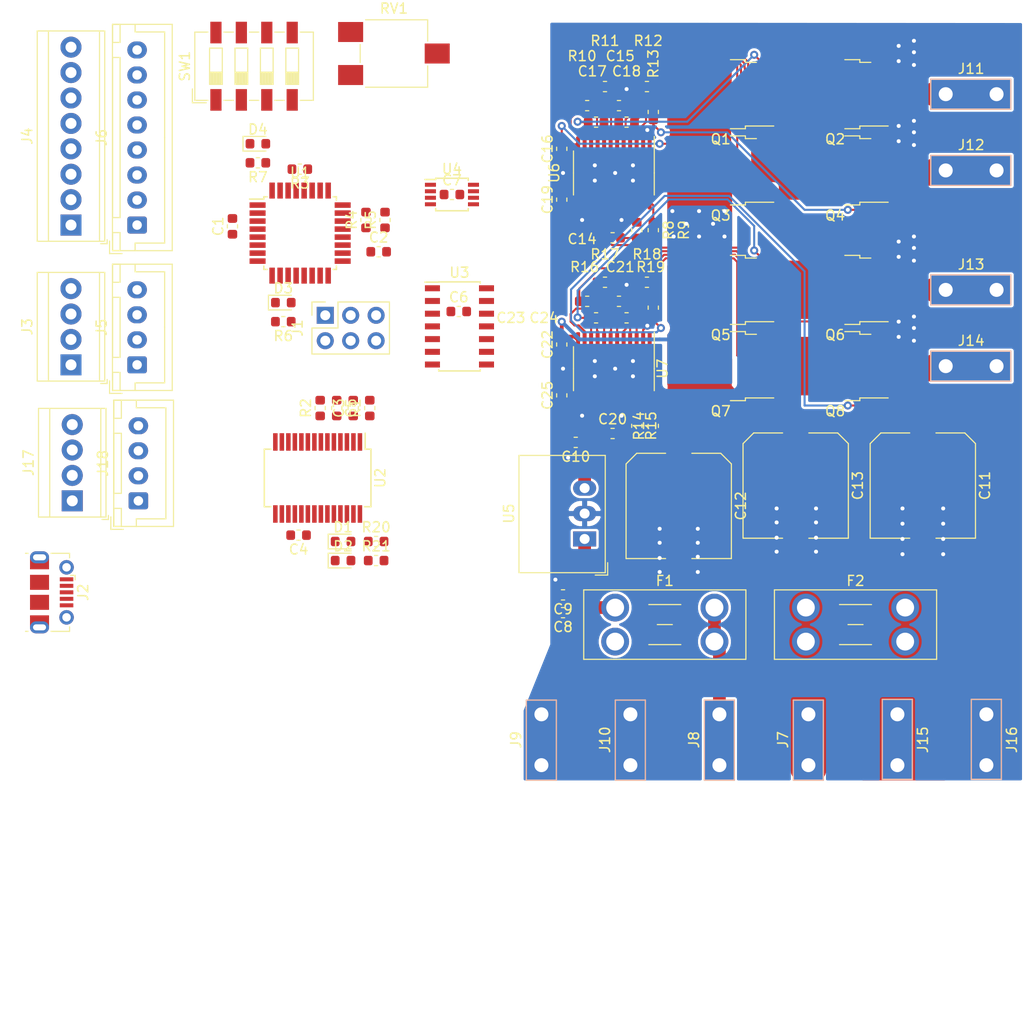
<source format=kicad_pcb>
(kicad_pcb (version 20171130) (host pcbnew "(5.0.0)")
  (layers (0 F.Cu signal) (31 B.Cu signal) (34 B.Paste user) (35 F.Paste user) (36 B.SilkS user) (37 F.SilkS user) (38 B.Mask user) (39 F.Mask user) (44 Edge.Cuts user))
  (net 0 "")
  (net 1 +5V)
  (net 2 GND)
  (net 3 /RESET)
  (net 4 "Net-(C3-Pad1)")
  (net 5 "Net-(C4-Pad2)")
  (net 6 VCC)
  (net 7 VBUS)
  (net 8 "Net-(C15-Pad1)")
  (net 9 "Net-(C17-Pad2)")
  (net 10 "Net-(C18-Pad2)")
  (net 11 "Net-(C19-Pad1)")
  (net 12 "Net-(C19-Pad2)")
  (net 13 "Net-(D1-Pad1)")
  (net 14 "Net-(D2-Pad1)")
  (net 15 /LED1)
  (net 16 "Net-(D3-Pad1)")
  (net 17 "Net-(D4-Pad1)")
  (net 18 /LED2)
  (net 19 "Net-(F1-Pad2)")
  (net 20 "Net-(F2-Pad2)")
  (net 21 /MISO)
  (net 22 /SCK)
  (net 23 /MOSI)
  (net 24 "Net-(J2-Pad2)")
  (net 25 "Net-(J2-Pad3)")
  (net 26 /JS_X)
  (net 27 /JS_Y)
  (net 28 /BTN_UP)
  (net 29 /BTN_DN)
  (net 30 /BTN_L)
  (net 31 /BTN_R)
  (net 32 /M8RXD)
  (net 33 "Net-(R1-Pad1)")
  (net 34 "Net-(R2-Pad1)")
  (net 35 /M8TXD)
  (net 36 /NTC1)
  (net 37 /NTC2)
  (net 38 /MOTOR1_DRIVER/~FAULT)
  (net 39 "Net-(R9-Pad1)")
  (net 40 "Net-(R10-Pad2)")
  (net 41 "Net-(R11-Pad2)")
  (net 42 "Net-(R12-Pad2)")
  (net 43 "Net-(R13-Pad2)")
  (net 44 "Net-(RV1-Pad2)")
  (net 45 "Net-(SW1-Pad1)")
  (net 46 "Net-(SW1-Pad2)")
  (net 47 "Net-(SW1-Pad3)")
  (net 48 "Net-(SW1-Pad4)")
  (net 49 /MOTOR1_PWM)
  (net 50 /MOTOR1_DIR)
  (net 51 /MOTOR2_PWM)
  (net 52 /MOTOR2_DIR)
  (net 53 "Net-(U3-Pad1)")
  (net 54 /MOTOR1_DRIVER/ALO)
  (net 55 /MOTOR1_DRIVER/AHI)
  (net 56 /MOTOR2_DRIVER/ALO)
  (net 57 "Net-(U3-Pad9)")
  (net 58 /MOTOR2_DRIVER/AHI)
  (net 59 "Net-(D1-Pad2)")
  (net 60 "Net-(D2-Pad2)")
  (net 61 "Net-(Q1-Pad1)")
  (net 62 "Net-(Q2-Pad1)")
  (net 63 "Net-(Q3-Pad1)")
  (net 64 "Net-(Q4-Pad1)")
  (net 65 /MOTOR1_A)
  (net 66 /MOTOR1_B)
  (net 67 "Net-(C21-Pad1)")
  (net 68 "Net-(C23-Pad2)")
  (net 69 /MOTOR2_A)
  (net 70 /MOTOR2_B)
  (net 71 "Net-(C24-Pad2)")
  (net 72 "Net-(C25-Pad2)")
  (net 73 "Net-(C25-Pad1)")
  (net 74 "Net-(Q5-Pad1)")
  (net 75 "Net-(Q6-Pad1)")
  (net 76 "Net-(Q7-Pad1)")
  (net 77 "Net-(Q8-Pad1)")
  (net 78 /MOTOR2_DRIVER/~FAULT)
  (net 79 "Net-(R15-Pad1)")
  (net 80 "Net-(R16-Pad2)")
  (net 81 "Net-(R17-Pad2)")
  (net 82 "Net-(R18-Pad2)")
  (net 83 "Net-(R19-Pad2)")
  (module Capacitor_SMD:C_Elec_10x10.2 (layer F.Cu) (at 148.463 124.46 270)
    (fp_text reference C13 (at 0 -6.2 270) (layer F.SilkS))
    (fp_text value 470u)
    (pad 2 smd roundrect (at 4.4 0 270) (size 4.6 2.1) (layers F.Cu F.Paste F.Mask) (roundrect_rratio 0.119048) (net 2 GND))
    (pad 1 smd roundrect (at -4.4 0 270) (size 4.6 2.1) (layers F.Cu F.Paste F.Mask) (roundrect_rratio 0.119048) (net 7 VBUS))
  )
  (module Capacitor_SMD:C_0603_1608Metric (layer F.Cu) (at 131.572 107.696 180)
    (fp_text reference C24 (at 8.255 0 180) (layer F.SilkS))
    (fp_text value 1u)
    (pad 1 smd roundrect (at -0.7875 0 180) (size 0.875 0.95) (layers F.Cu F.Paste F.Mask) (net 70 /MOTOR2_B))
    (pad 2 smd roundrect (at 0.7875 0 180) (size 0.875 0.95) (layers F.Cu F.Paste F.Mask) (net 71 "Net-(C24-Pad2)"))
  )
  (module Capacitor_SMD:C_0603_1608Metric (layer F.Cu) (at 125.095 110.363 90)
    (fp_text reference C22 (at 0 -1.43 90) (layer F.SilkS))
    (fp_text value 0.1u)
    (pad 1 smd roundrect (at -0.7875 0 90) (size 0.875 0.95) (layers F.Cu F.Paste F.Mask) (net 2 GND))
    (pad 2 smd roundrect (at 0.7875 0 90) (size 0.875 0.95) (layers F.Cu F.Paste F.Mask) (net 7 VBUS))
  )
  (module Capacitor_SMD:C_0603_1608Metric (layer F.Cu) (at 125.095 115.443 90)
    (fp_text reference C25 (at 0 -1.43 90) (layer F.SilkS))
    (fp_text value 1u)
    (pad 2 smd roundrect (at 0.7875 0 90) (size 0.875 0.95) (layers F.Cu F.Paste F.Mask) (net 72 "Net-(C25-Pad2)"))
    (pad 1 smd roundrect (at -0.7875 0 90) (size 0.875 0.95) (layers F.Cu F.Paste F.Mask) (net 73 "Net-(C25-Pad1)"))
  )
  (module Capacitor_SMD:C_0603_1608Metric (layer F.Cu) (at 128.524 107.696)
    (fp_text reference C23 (at -8.509 0) (layer F.SilkS))
    (fp_text value 1u)
    (pad 2 smd roundrect (at 0.7875 0) (size 0.875 0.95) (layers F.Cu F.Paste F.Mask) (net 68 "Net-(C23-Pad2)"))
    (pad 1 smd roundrect (at -0.7875 0) (size 0.875 0.95) (layers F.Cu F.Paste F.Mask) (net 69 /MOTOR2_A))
  )
  (module Capacitor_SMD:C_0603_1608Metric (layer F.Cu) (at 130.81 106.045)
    (fp_text reference C21 (at 0.127 -3.429) (layer F.SilkS))
    (fp_text value 10u)
    (pad 1 smd roundrect (at -0.7875 0) (size 0.875 0.95) (layers F.Cu F.Paste F.Mask) (net 67 "Net-(C21-Pad1)"))
    (pad 2 smd roundrect (at 0.7875 0) (size 0.875 0.95) (layers F.Cu F.Paste F.Mask) (net 2 GND))
  )
  (module Capacitor_SMD:C_0603_1608Metric (layer F.Cu) (at 130.175 119.253)
    (fp_text reference C20 (at 0 -1.43) (layer F.SilkS))
    (fp_text value 0.1u)
    (pad 2 smd roundrect (at 0.7875 0) (size 0.875 0.95) (layers F.Cu F.Paste F.Mask) (net 2 GND))
    (pad 1 smd roundrect (at -0.7875 0) (size 0.875 0.95) (layers F.Cu F.Paste F.Mask) (net 1 +5V))
  )
  (module Resistor_SMD:R_0603_1608Metric (layer F.Cu) (at 134.239 106.68 90)
    (fp_text reference R19 (at 4.064 -0.254 180) (layer F.SilkS))
    (fp_text value 27)
    (pad 2 smd roundrect (at 0.7875 0 90) (size 0.875 0.95) (layers F.Cu F.Paste F.Mask) (net 83 "Net-(R19-Pad2)"))
    (pad 1 smd roundrect (at -0.7875 0 90) (size 0.875 0.95) (layers F.Cu F.Paste F.Mask) (net 77 "Net-(Q8-Pad1)"))
  )
  (module Resistor_SMD:R_0603_1608Metric (layer F.Cu) (at 133.604 104.14 180)
    (fp_text reference R18 (at 0 2.794 180) (layer F.SilkS))
    (fp_text value 27)
    (pad 1 smd roundrect (at -0.7875 0 180) (size 0.875 0.95) (layers F.Cu F.Paste F.Mask) (net 76 "Net-(Q7-Pad1)"))
    (pad 2 smd roundrect (at 0.7875 0 180) (size 0.875 0.95) (layers F.Cu F.Paste F.Mask) (net 82 "Net-(R18-Pad2)"))
  )
  (module Package_SO:HTSSOP-24-1EP_4.4x7.8mm_P0.65mm_EP3.4x7.8mm_Mask2.4x4.68mm (layer F.Cu) (at 130.302 112.776 270)
    (fp_text reference U7 (at 0 -4.85 270) (layer F.SilkS))
    (fp_text value A4940KLPTR-T)
    (pad 25 smd roundrect (at 0 0 270) (size 2.4 4.68) (layers F.Cu) (roundrect_rratio 0.104167) (net 2 GND))
    (pad 1 smd roundrect (at -2.8625 -3.575 270) (size 1.575 0.4) (layers F.Cu F.Paste F.Mask))
    (pad 2 smd roundrect (at -2.8625 -2.925 270) (size 1.575 0.4) (layers F.Cu F.Paste F.Mask) (net 2 GND))
    (pad 3 smd roundrect (at -2.8625 -2.275 270) (size 1.575 0.4) (layers F.Cu F.Paste F.Mask) (net 83 "Net-(R19-Pad2)"))
    (pad 4 smd roundrect (at -2.8625 -1.625 270) (size 1.575 0.4) (layers F.Cu F.Paste F.Mask) (net 70 /MOTOR2_B))
    (pad 5 smd roundrect (at -2.8625 -0.975 270) (size 1.575 0.4) (layers F.Cu F.Paste F.Mask) (net 82 "Net-(R18-Pad2)"))
    (pad 6 smd roundrect (at -2.8625 -0.325 270) (size 1.575 0.4) (layers F.Cu F.Paste F.Mask) (net 71 "Net-(C24-Pad2)"))
    (pad 7 smd roundrect (at -2.8625 0.325 270) (size 1.575 0.4) (layers F.Cu F.Paste F.Mask) (net 67 "Net-(C21-Pad1)"))
    (pad 8 smd roundrect (at -2.8625 0.975 270) (size 1.575 0.4) (layers F.Cu F.Paste F.Mask) (net 68 "Net-(C23-Pad2)"))
    (pad 9 smd roundrect (at -2.8625 1.625 270) (size 1.575 0.4) (layers F.Cu F.Paste F.Mask) (net 80 "Net-(R16-Pad2)"))
    (pad 10 smd roundrect (at -2.8625 2.275 270) (size 1.575 0.4) (layers F.Cu F.Paste F.Mask) (net 69 /MOTOR2_A))
    (pad 11 smd roundrect (at -2.8625 2.925 270) (size 1.575 0.4) (layers F.Cu F.Paste F.Mask) (net 81 "Net-(R17-Pad2)"))
    (pad 12 smd roundrect (at -2.8625 3.575 270) (size 1.575 0.4) (layers F.Cu F.Paste F.Mask) (net 7 VBUS))
    (pad 13 smd roundrect (at 2.8625 3.575 270) (size 1.575 0.4) (layers F.Cu F.Paste F.Mask) (net 72 "Net-(C25-Pad2)"))
    (pad 14 smd roundrect (at 2.8625 2.925 270) (size 1.575 0.4) (layers F.Cu F.Paste F.Mask) (net 73 "Net-(C25-Pad1)"))
    (pad 15 smd roundrect (at 2.8625 2.275 270) (size 1.575 0.4) (layers F.Cu F.Paste F.Mask) (net 2 GND))
    (pad 16 smd roundrect (at 2.8625 1.625 270) (size 1.575 0.4) (layers F.Cu F.Paste F.Mask) (net 2 GND))
    (pad 17 smd roundrect (at 2.8625 0.975 270) (size 1.575 0.4) (layers F.Cu F.Paste F.Mask) (net 58 /MOTOR2_DRIVER/AHI))
    (pad 18 smd roundrect (at 2.8625 0.325 270) (size 1.575 0.4) (layers F.Cu F.Paste F.Mask) (net 56 /MOTOR2_DRIVER/ALO))
    (pad 19 smd roundrect (at 2.8625 -0.325 270) (size 1.575 0.4) (layers F.Cu F.Paste F.Mask) (net 56 /MOTOR2_DRIVER/ALO))
    (pad 20 smd roundrect (at 2.8625 -0.975 270) (size 1.575 0.4) (layers F.Cu F.Paste F.Mask) (net 58 /MOTOR2_DRIVER/AHI))
    (pad 21 smd roundrect (at 2.8625 -1.625 270) (size 1.575 0.4) (layers F.Cu F.Paste F.Mask) (net 1 +5V))
    (pad 22 smd roundrect (at 2.8625 -2.275 270) (size 1.575 0.4) (layers F.Cu F.Paste F.Mask) (net 2 GND))
    (pad 23 smd roundrect (at 2.8625 -2.925 270) (size 1.575 0.4) (layers F.Cu F.Paste F.Mask) (net 79 "Net-(R15-Pad1)"))
    (pad 24 smd roundrect (at 2.8625 -3.575 270) (size 1.575 0.4) (layers F.Cu F.Paste F.Mask) (net 78 /MOTOR2_DRIVER/~FAULT))
  )
  (module Resistor_SMD:R_0603_1608Metric (layer F.Cu) (at 127.635 106.045)
    (fp_text reference R16 (at -0.254 -3.429) (layer F.SilkS))
    (fp_text value 27)
    (pad 1 smd roundrect (at -0.7875 0) (size 0.875 0.95) (layers F.Cu F.Paste F.Mask) (net 74 "Net-(Q5-Pad1)"))
    (pad 2 smd roundrect (at 0.7875 0) (size 0.875 0.95) (layers F.Cu F.Paste F.Mask) (net 80 "Net-(R16-Pad2)"))
  )
  (module Resistor_SMD:R_0603_1608Metric (layer F.Cu) (at 129.413 104.14 180)
    (fp_text reference R17 (at 0 2.794 180) (layer F.SilkS))
    (fp_text value 27)
    (pad 2 smd roundrect (at 0.7875 0 180) (size 0.875 0.95) (layers F.Cu F.Paste F.Mask) (net 81 "Net-(R17-Pad2)"))
    (pad 1 smd roundrect (at -0.7875 0 180) (size 0.875 0.95) (layers F.Cu F.Paste F.Mask) (net 75 "Net-(Q6-Pad1)"))
  )
  (module Package_TO_SOT_SMD:TO-252-2 (layer F.Cu) (at 140.97 112.522 180)
    (fp_text reference Q7 (at 0 -4.5 180) (layer F.SilkS))
    (fp_text value Q_NMOS_GDS)
    (pad 1 smd rect (at -4.2 -2.28 180) (size 2.2 1.2) (layers F.Cu F.Paste F.Mask) (net 76 "Net-(Q7-Pad1)"))
    (pad 3 smd rect (at -4.2 2.28 180) (size 2.2 1.2) (layers F.Cu F.Paste F.Mask) (net 70 /MOTOR2_B))
    (pad 2 smd rect (at 2.1 0 180) (size 6.4 5.8) (layers F.Cu F.Mask) (net 7 VBUS))
  )
  (module Package_TO_SOT_SMD:TO-252-2 (layer F.Cu) (at 152.4 104.902 180)
    (fp_text reference Q6 (at 0 -4.5 180) (layer F.SilkS))
    (fp_text value Q_NMOS_GDS)
    (pad 1 smd rect (at -4.2 -2.28 180) (size 2.2 1.2) (layers F.Cu F.Paste F.Mask) (net 75 "Net-(Q6-Pad1)"))
    (pad 3 smd rect (at -4.2 2.28 180) (size 2.2 1.2) (layers F.Cu F.Paste F.Mask) (net 2 GND))
    (pad 2 smd rect (at 2.1 0 180) (size 6.4 5.8) (layers F.Cu F.Mask) (net 69 /MOTOR2_A))
  )
  (module Package_TO_SOT_SMD:TO-252-2 (layer F.Cu) (at 140.97 104.902 180)
    (fp_text reference Q5 (at 0 -4.5 180) (layer F.SilkS))
    (fp_text value Q_NMOS_GDS)
    (pad 2 smd rect (at 2.1 0 180) (size 6.4 5.8) (layers F.Cu F.Mask) (net 7 VBUS))
    (pad 3 smd rect (at -4.2 2.28 180) (size 2.2 1.2) (layers F.Cu F.Paste F.Mask) (net 69 /MOTOR2_A))
    (pad 1 smd rect (at -4.2 -2.28 180) (size 2.2 1.2) (layers F.Cu F.Paste F.Mask) (net 74 "Net-(Q5-Pad1)"))
  )
  (module TE_1217861-1:TE_1217861-1 (layer F.Cu) (at 163.449 104.902)
    (fp_text reference J13 (at 2.54 -2.54) (layer F.SilkS))
    (fp_text value MOTOR2_A)
    (pad 1 thru_hole circle (at 0 0) (size 1.8 1.8) (drill 1.4) (layers *.Cu *.Mask) (net 69 /MOTOR2_A))
    (pad 1 thru_hole circle (at 5.08 0) (size 1.8 1.8) (drill 1.4) (layers *.Cu *.Mask) (net 69 /MOTOR2_A))
    (pad 1 smd rect (at 2.54 0) (size 8 3) (layers F.Cu F.Mask) (net 69 /MOTOR2_A))
    (pad 1 smd rect (at 2.54 0) (size 8 3) (layers B.Cu B.Mask) (net 69 /MOTOR2_A))
  )
  (module TE_1217861-1:TE_1217861-1 (layer F.Cu) (at 163.449 112.522)
    (fp_text reference J14 (at 2.54 -2.54) (layer F.SilkS))
    (fp_text value MOTOR2_B)
    (pad 1 smd rect (at 2.54 0) (size 8 3) (layers B.Cu B.Mask) (net 70 /MOTOR2_B))
    (pad 1 smd rect (at 2.54 0) (size 8 3) (layers F.Cu F.Mask) (net 70 /MOTOR2_B))
    (pad 1 thru_hole circle (at 5.08 0) (size 1.8 1.8) (drill 1.4) (layers *.Cu *.Mask) (net 70 /MOTOR2_B))
    (pad 1 thru_hole circle (at 0 0) (size 1.8 1.8) (drill 1.4) (layers *.Cu *.Mask) (net 70 /MOTOR2_B))
  )
  (module Package_TO_SOT_SMD:TO-252-2 (layer F.Cu) (at 152.4 112.522 180)
    (fp_text reference Q8 (at 0 -4.5 180) (layer F.SilkS))
    (fp_text value Q_NMOS_GDS)
    (pad 2 smd rect (at 2.1 0 180) (size 6.4 5.8) (layers F.Cu F.Mask) (net 70 /MOTOR2_B))
    (pad 3 smd rect (at -4.2 2.28 180) (size 2.2 1.2) (layers F.Cu F.Paste F.Mask) (net 2 GND))
    (pad 1 smd rect (at -4.2 -2.28 180) (size 2.2 1.2) (layers F.Cu F.Paste F.Mask) (net 77 "Net-(Q8-Pad1)"))
  )
  (module Resistor_SMD:R_0603_1608Metric (layer F.Cu) (at 134.239 118.491 90)
    (fp_text reference R14 (at 0 -1.43 90) (layer F.SilkS))
    (fp_text value 10k)
    (pad 2 smd roundrect (at 0.7875 0 90) (size 0.875 0.95) (layers F.Cu F.Paste F.Mask) (net 78 /MOTOR2_DRIVER/~FAULT))
    (pad 1 smd roundrect (at -0.7875 0 90) (size 0.875 0.95) (layers F.Cu F.Paste F.Mask) (net 1 +5V))
  )
  (module Resistor_SMD:R_0603_1608Metric (layer F.Cu) (at 132.588 118.491 270)
    (fp_text reference R15 (at 0 -1.43 270) (layer F.SilkS))
    (fp_text value 82k)
    (pad 1 smd roundrect (at -0.7875 0 270) (size 0.875 0.95) (layers F.Cu F.Paste F.Mask) (net 79 "Net-(R15-Pad1)"))
    (pad 2 smd roundrect (at 0.7875 0 270) (size 0.875 0.95) (layers F.Cu F.Paste F.Mask) (net 2 GND))
  )
  (module Capacitor_SMD:C_0603_1608Metric (layer F.Cu) (at 92.202 98.552 90)
    (fp_text reference C1 (at 0 -1.43 90) (layer F.SilkS))
    (fp_text value 0.1u)
    (pad 1 smd roundrect (at -0.7875 0 90) (size 0.875 0.95) (layers F.Cu F.Paste F.Mask) (net 1 +5V))
    (pad 2 smd roundrect (at 0.7875 0 90) (size 0.875 0.95) (layers F.Cu F.Paste F.Mask) (net 2 GND))
  )
  (module Capacitor_SMD:C_0603_1608Metric (layer F.Cu) (at 106.807 101.092)
    (fp_text reference C2 (at 0 -1.43) (layer F.SilkS))
    (fp_text value 0.1u)
    (pad 1 smd roundrect (at -0.7875 0) (size 0.875 0.95) (layers F.Cu F.Paste F.Mask) (net 1 +5V))
    (pad 2 smd roundrect (at 0.7875 0) (size 0.875 0.95) (layers F.Cu F.Paste F.Mask) (net 2 GND))
  )
  (module Capacitor_SMD:C_0603_1608Metric (layer F.Cu) (at 104.267 116.713 90)
    (fp_text reference C3 (at 0 -1.43 90) (layer F.SilkS))
    (fp_text value 0.1u)
    (pad 2 smd roundrect (at 0.7875 0 90) (size 0.875 0.95) (layers F.Cu F.Paste F.Mask) (net 3 /RESET))
    (pad 1 smd roundrect (at -0.7875 0 90) (size 0.875 0.95) (layers F.Cu F.Paste F.Mask) (net 4 "Net-(C3-Pad1)"))
  )
  (module Capacitor_SMD:C_0603_1608Metric (layer F.Cu) (at 98.806 129.413 180)
    (fp_text reference C4 (at 0 -1.43 180) (layer F.SilkS))
    (fp_text value 0.1u)
    (pad 2 smd roundrect (at 0.7875 0 180) (size 0.875 0.95) (layers F.Cu F.Paste F.Mask) (net 5 "Net-(C4-Pad2)"))
    (pad 1 smd roundrect (at -0.7875 0 180) (size 0.875 0.95) (layers F.Cu F.Paste F.Mask) (net 2 GND))
  )
  (module Capacitor_SMD:C_0603_1608Metric (layer F.Cu) (at 102.616 116.713 270)
    (fp_text reference C5 (at 0 -1.43 270) (layer F.SilkS))
    (fp_text value 0.1u)
    (pad 1 smd roundrect (at -0.7875 0 270) (size 0.875 0.95) (layers F.Cu F.Paste F.Mask) (net 6 VCC))
    (pad 2 smd roundrect (at 0.7875 0 270) (size 0.875 0.95) (layers F.Cu F.Paste F.Mask) (net 2 GND))
  )
  (module Capacitor_SMD:C_0603_1608Metric (layer F.Cu) (at 114.808 107.061)
    (fp_text reference C6 (at 0 -1.43) (layer F.SilkS))
    (fp_text value 0.1u)
    (pad 2 smd roundrect (at 0.7875 0) (size 0.875 0.95) (layers F.Cu F.Paste F.Mask) (net 2 GND))
    (pad 1 smd roundrect (at -0.7875 0) (size 0.875 0.95) (layers F.Cu F.Paste F.Mask) (net 1 +5V))
  )
  (module Capacitor_SMD:C_0603_1608Metric (layer F.Cu) (at 114.128001 95.371001)
    (fp_text reference C7 (at 0 -1.43) (layer F.SilkS))
    (fp_text value 0.1u)
    (pad 1 smd roundrect (at -0.7875 0) (size 0.875 0.95) (layers F.Cu F.Paste F.Mask) (net 1 +5V))
    (pad 2 smd roundrect (at 0.7875 0) (size 0.875 0.95) (layers F.Cu F.Paste F.Mask) (net 2 GND))
  )
  (module Capacitor_SMD:C_0603_1608Metric (layer F.Cu) (at 125.222 137.16 180)
    (fp_text reference C8 (at 0 -1.43 180) (layer F.SilkS))
    (fp_text value 10u)
    (pad 2 smd roundrect (at 0.7875 0 180) (size 0.875 0.95) (layers F.Cu F.Paste F.Mask) (net 2 GND))
    (pad 1 smd roundrect (at -0.7875 0 180) (size 0.875 0.95) (layers F.Cu F.Paste F.Mask) (net 1 +5V))
  )
  (module Capacitor_SMD:C_0603_1608Metric (layer F.Cu) (at 125.222 135.382 180)
    (fp_text reference C9 (at 0 -1.43 180) (layer F.SilkS))
    (fp_text value 0.1u)
    (pad 2 smd roundrect (at 0.7875 0 180) (size 0.875 0.95) (layers F.Cu F.Paste F.Mask) (net 2 GND))
    (pad 1 smd roundrect (at -0.7875 0 180) (size 0.875 0.95) (layers F.Cu F.Paste F.Mask) (net 1 +5V))
  )
  (module Capacitor_SMD:C_0603_1608Metric (layer F.Cu) (at 126.492 120.142 180)
    (fp_text reference C10 (at 0 -1.43 180) (layer F.SilkS))
    (fp_text value 0.1u)
    (pad 1 smd roundrect (at -0.7875 0 180) (size 0.875 0.95) (layers F.Cu F.Paste F.Mask) (net 7 VBUS))
    (pad 2 smd roundrect (at 0.7875 0 180) (size 0.875 0.95) (layers F.Cu F.Paste F.Mask) (net 2 GND))
  )
  (module Capacitor_SMD:C_Elec_10x10.2 (layer F.Cu) (at 161.163 124.46 270)
    (fp_text reference C11 (at 0 -6.2 270) (layer F.SilkS))
    (fp_text value 470u)
    (pad 2 smd roundrect (at 4.4 0 270) (size 4.6 2.1) (layers F.Cu F.Paste F.Mask) (roundrect_rratio 0.119048) (net 2 GND))
    (pad 1 smd roundrect (at -4.4 0 270) (size 4.6 2.1) (layers F.Cu F.Paste F.Mask) (roundrect_rratio 0.119048) (net 7 VBUS))
  )
  (module Capacitor_SMD:C_Elec_10x10.2 (layer F.Cu) (at 136.779 126.492 270)
    (fp_text reference C12 (at 0 -6.2 270) (layer F.SilkS))
    (fp_text value 470u)
    (pad 1 smd roundrect (at -4.4 0 270) (size 4.6 2.1) (layers F.Cu F.Paste F.Mask) (roundrect_rratio 0.119048) (net 7 VBUS))
    (pad 2 smd roundrect (at 4.4 0 270) (size 4.6 2.1) (layers F.Cu F.Paste F.Mask) (roundrect_rratio 0.119048) (net 2 GND))
  )
  (module Capacitor_SMD:C_0603_1608Metric (layer F.Cu) (at 130.175 99.695)
    (fp_text reference C14 (at -3.048 0.127) (layer F.SilkS))
    (fp_text value 0.1u)
    (pad 1 smd roundrect (at -0.7875 0) (size 0.875 0.95) (layers F.Cu F.Paste F.Mask) (net 1 +5V))
    (pad 2 smd roundrect (at 0.7875 0) (size 0.875 0.95) (layers F.Cu F.Paste F.Mask) (net 2 GND))
  )
  (module Capacitor_SMD:C_0603_1608Metric (layer F.Cu) (at 130.81 86.487)
    (fp_text reference C15 (at 0.127 -4.953) (layer F.SilkS))
    (fp_text value 10u)
    (pad 2 smd roundrect (at 0.7875 0) (size 0.875 0.95) (layers F.Cu F.Paste F.Mask) (net 2 GND))
    (pad 1 smd roundrect (at -0.7875 0) (size 0.875 0.95) (layers F.Cu F.Paste F.Mask) (net 8 "Net-(C15-Pad1)"))
  )
  (module Capacitor_SMD:C_0603_1608Metric (layer F.Cu) (at 125.095 90.805 90)
    (fp_text reference C16 (at 0 -1.43 90) (layer F.SilkS))
    (fp_text value 0.1u)
    (pad 2 smd roundrect (at 0.7875 0 90) (size 0.875 0.95) (layers F.Cu F.Paste F.Mask) (net 7 VBUS))
    (pad 1 smd roundrect (at -0.7875 0 90) (size 0.875 0.95) (layers F.Cu F.Paste F.Mask) (net 2 GND))
  )
  (module Capacitor_SMD:C_0603_1608Metric (layer F.Cu) (at 128.524 88.138)
    (fp_text reference C17 (at -0.381 -5.08) (layer F.SilkS))
    (fp_text value 1u)
    (pad 1 smd roundrect (at -0.7875 0) (size 0.875 0.95) (layers F.Cu F.Paste F.Mask) (net 65 /MOTOR1_A))
    (pad 2 smd roundrect (at 0.7875 0) (size 0.875 0.95) (layers F.Cu F.Paste F.Mask) (net 9 "Net-(C17-Pad2)"))
  )
  (module Capacitor_SMD:C_0603_1608Metric (layer F.Cu) (at 131.572 88.138 180)
    (fp_text reference C18 (at 0 5.08 180) (layer F.SilkS))
    (fp_text value 1u)
    (pad 2 smd roundrect (at 0.7875 0 180) (size 0.875 0.95) (layers F.Cu F.Paste F.Mask) (net 10 "Net-(C18-Pad2)"))
    (pad 1 smd roundrect (at -0.7875 0 180) (size 0.875 0.95) (layers F.Cu F.Paste F.Mask) (net 66 /MOTOR1_B))
  )
  (module Capacitor_SMD:C_0603_1608Metric (layer F.Cu) (at 125.095 95.885 90)
    (fp_text reference C19 (at 0 -1.43 90) (layer F.SilkS))
    (fp_text value 1u)
    (pad 1 smd roundrect (at -0.7875 0 90) (size 0.875 0.95) (layers F.Cu F.Paste F.Mask) (net 11 "Net-(C19-Pad1)"))
    (pad 2 smd roundrect (at 0.7875 0 90) (size 0.875 0.95) (layers F.Cu F.Paste F.Mask) (net 12 "Net-(C19-Pad2)"))
  )
  (module LED_SMD:LED_0603_1608Metric (layer F.Cu) (at 103.251 130.048)
    (fp_text reference D1 (at 0 -1.43) (layer F.SilkS))
    (fp_text value RX)
    (pad 2 smd roundrect (at 0.7875 0) (size 0.875 0.95) (layers F.Cu F.Paste F.Mask) (net 59 "Net-(D1-Pad2)"))
    (pad 1 smd roundrect (at -0.7875 0) (size 0.875 0.95) (layers F.Cu F.Paste F.Mask) (net 13 "Net-(D1-Pad1)"))
  )
  (module LED_SMD:LED_0603_1608Metric (layer F.Cu) (at 103.251 131.953)
    (fp_text reference D2 (at 0 -1.43) (layer F.SilkS))
    (fp_text value TX)
    (pad 1 smd roundrect (at -0.7875 0) (size 0.875 0.95) (layers F.Cu F.Paste F.Mask) (net 14 "Net-(D2-Pad1)"))
    (pad 2 smd roundrect (at 0.7875 0) (size 0.875 0.95) (layers F.Cu F.Paste F.Mask) (net 60 "Net-(D2-Pad2)"))
  )
  (module LED_SMD:LED_0603_1608Metric (layer F.Cu) (at 97.282 106.172)
    (fp_text reference D3 (at 0 -1.43) (layer F.SilkS))
    (fp_text value LED)
    (pad 2 smd roundrect (at 0.7875 0) (size 0.875 0.95) (layers F.Cu F.Paste F.Mask) (net 15 /LED1))
    (pad 1 smd roundrect (at -0.7875 0) (size 0.875 0.95) (layers F.Cu F.Paste F.Mask) (net 16 "Net-(D3-Pad1)"))
  )
  (module LED_SMD:LED_0603_1608Metric (layer F.Cu) (at 94.742 90.297)
    (fp_text reference D4 (at 0 -1.43) (layer F.SilkS))
    (fp_text value LED)
    (pad 1 smd roundrect (at -0.7875 0) (size 0.875 0.95) (layers F.Cu F.Paste F.Mask) (net 17 "Net-(D4-Pad1)"))
    (pad 2 smd roundrect (at 0.7875 0) (size 0.875 0.95) (layers F.Cu F.Paste F.Mask) (net 18 /LED2))
  )
  (module Fuse:Fuseholder_Blade_Mini_Keystone_3568 (layer F.Cu) (at 130.429 136.652)
    (fp_text reference F1 (at 4.96 -2.67) (layer F.SilkS))
    (fp_text value 0.5A)
    (pad 1 thru_hole circle (at 0 0) (size 2.78 2.78) (drill 1.78) (layers *.Cu *.Mask) (net 1 +5V))
    (pad 1 thru_hole circle (at 0 3.4) (size 2.78 2.78) (drill 1.78) (layers *.Cu *.Mask) (net 1 +5V))
    (pad 2 thru_hole circle (at 9.92 0) (size 2.78 2.78) (drill 1.78) (layers *.Cu *.Mask) (net 19 "Net-(F1-Pad2)"))
    (pad 2 thru_hole circle (at 9.92 3.4) (size 2.78 2.78) (drill 1.78) (layers *.Cu *.Mask) (net 19 "Net-(F1-Pad2)"))
  )
  (module Fuse:Fuseholder_Blade_Mini_Keystone_3568 (layer F.Cu) (at 149.479 136.652)
    (fp_text reference F2 (at 4.96 -2.67) (layer F.SilkS))
    (fp_text value 20A)
    (pad 2 thru_hole circle (at 9.92 3.4) (size 2.78 2.78) (drill 1.78) (layers *.Cu *.Mask) (net 20 "Net-(F2-Pad2)"))
    (pad 2 thru_hole circle (at 9.92 0) (size 2.78 2.78) (drill 1.78) (layers *.Cu *.Mask) (net 20 "Net-(F2-Pad2)"))
    (pad 1 thru_hole circle (at 0 3.4) (size 2.78 2.78) (drill 1.78) (layers *.Cu *.Mask) (net 7 VBUS))
    (pad 1 thru_hole circle (at 0 0) (size 2.78 2.78) (drill 1.78) (layers *.Cu *.Mask) (net 7 VBUS))
  )
  (module Connector_PinSocket_2.54mm:PinSocket_2x03_P2.54mm_Vertical (layer F.Cu) (at 101.473 107.442 90)
    (fp_text reference J1 (at -1.27 -2.77 90) (layer F.SilkS))
    (fp_text value ICSP)
    (pad 1 thru_hole rect (at 0 0 90) (size 1.7 1.7) (drill 1) (layers *.Cu *.Mask) (net 21 /MISO))
    (pad 2 thru_hole oval (at -2.54 0 90) (size 1.7 1.7) (drill 1) (layers *.Cu *.Mask) (net 1 +5V))
    (pad 3 thru_hole oval (at 0 2.54 90) (size 1.7 1.7) (drill 1) (layers *.Cu *.Mask) (net 22 /SCK))
    (pad 4 thru_hole oval (at -2.54 2.54 90) (size 1.7 1.7) (drill 1) (layers *.Cu *.Mask) (net 23 /MOSI))
    (pad 5 thru_hole oval (at 0 5.08 90) (size 1.7 1.7) (drill 1) (layers *.Cu *.Mask) (net 3 /RESET))
    (pad 6 thru_hole oval (at -2.54 5.08 90) (size 1.7 1.7) (drill 1) (layers *.Cu *.Mask) (net 2 GND))
  )
  (module Connector_USB:USB_Micro-B_Molex-105017-0001 (layer F.Cu) (at 74.168 135.128 270)
    (fp_text reference J2 (at 0 -3.1125 270) (layer F.SilkS))
    (fp_text value USB_B_Micro)
    (pad 6 smd rect (at 1 1.2375 270) (size 1.5 1.9) (layers F.Cu F.Paste F.Mask) (net 2 GND))
    (pad 6 thru_hole circle (at -2.5 -1.4625 270) (size 1.45 1.45) (drill 0.85) (layers *.Cu *.Mask) (net 2 GND))
    (pad 2 smd rect (at -0.65 -1.4625 270) (size 0.4 1.35) (layers F.Cu F.Paste F.Mask) (net 24 "Net-(J2-Pad2)"))
    (pad 1 smd rect (at -1.3 -1.4625 270) (size 0.4 1.35) (layers F.Cu F.Paste F.Mask) (net 6 VCC))
    (pad 5 smd rect (at 1.3 -1.4625 270) (size 0.4 1.35) (layers F.Cu F.Paste F.Mask) (net 2 GND))
    (pad 4 smd rect (at 0.65 -1.4625 270) (size 0.4 1.35) (layers F.Cu F.Paste F.Mask) (net 2 GND))
    (pad 3 smd rect (at 0 -1.4625 270) (size 0.4 1.35) (layers F.Cu F.Paste F.Mask) (net 25 "Net-(J2-Pad3)"))
    (pad 6 thru_hole circle (at 2.5 -1.4625 270) (size 1.45 1.45) (drill 0.85) (layers *.Cu *.Mask) (net 2 GND))
    (pad 6 smd rect (at -1 1.2375 270) (size 1.5 1.9) (layers F.Cu F.Paste F.Mask) (net 2 GND))
    (pad 6 thru_hole oval (at -3.5 1.2375 90) (size 1.2 1.9) (drill oval 0.6 1.3) (layers *.Cu *.Mask) (net 2 GND))
    (pad 6 thru_hole oval (at 3.5 1.2375 270) (size 1.2 1.9) (drill oval 0.6 1.3) (layers *.Cu *.Mask) (net 2 GND))
    (pad 6 smd rect (at 2.9 1.2375 270) (size 1.2 1.9) (layers F.Cu F.Mask) (net 2 GND))
    (pad 6 smd rect (at -2.9 1.2375 270) (size 1.2 1.9) (layers F.Cu F.Mask) (net 2 GND))
  )
  (module Connector_JST:JST_XH_B4B-XH-A_1x04_P2.50mm_Vertical (layer F.Cu) (at 82.677 112.395 90)
    (fp_text reference J5 (at 3.75 -3.55 90) (layer F.SilkS))
    (fp_text value JST-XH)
    (pad 1 thru_hole roundrect (at 0 0 90) (size 1.7 1.95) (drill 0.95) (layers *.Cu *.Mask) (roundrect_rratio 0.147059) (net 1 +5V))
    (pad 2 thru_hole oval (at 2.5 0 90) (size 1.7 1.95) (drill 0.95) (layers *.Cu *.Mask) (net 26 /JS_X))
    (pad 3 thru_hole oval (at 5 0 90) (size 1.7 1.95) (drill 0.95) (layers *.Cu *.Mask) (net 27 /JS_Y))
    (pad 4 thru_hole oval (at 7.5 0 90) (size 1.7 1.95) (drill 0.95) (layers *.Cu *.Mask) (net 2 GND))
  )
  (module Connector_JST:JST_XH_B8B-XH-A_1x08_P2.50mm_Vertical (layer F.Cu) (at 82.677 98.425 90)
    (fp_text reference J6 (at 8.75 -3.55 90) (layer F.SilkS))
    (fp_text value JST-XH)
    (pad 1 thru_hole roundrect (at 0 0 90) (size 1.7 1.95) (drill 0.95) (layers *.Cu *.Mask) (roundrect_rratio 0.147059) (net 28 /BTN_UP))
    (pad 2 thru_hole oval (at 2.5 0 90) (size 1.7 1.95) (drill 0.95) (layers *.Cu *.Mask) (net 2 GND))
    (pad 3 thru_hole oval (at 5 0 90) (size 1.7 1.95) (drill 0.95) (layers *.Cu *.Mask) (net 29 /BTN_DN))
    (pad 4 thru_hole oval (at 7.5 0 90) (size 1.7 1.95) (drill 0.95) (layers *.Cu *.Mask) (net 2 GND))
    (pad 5 thru_hole oval (at 10 0 90) (size 1.7 1.95) (drill 0.95) (layers *.Cu *.Mask) (net 30 /BTN_L))
    (pad 6 thru_hole oval (at 12.5 0 90) (size 1.7 1.95) (drill 0.95) (layers *.Cu *.Mask) (net 2 GND))
    (pad 7 thru_hole oval (at 15 0 90) (size 1.7 1.95) (drill 0.95) (layers *.Cu *.Mask) (net 31 /BTN_R))
    (pad 8 thru_hole oval (at 17.5 0 90) (size 1.7 1.95) (drill 0.95) (layers *.Cu *.Mask) (net 2 GND))
  )
  (module TE_1217861-1:TE_1217861-1 (layer F.Cu) (at 149.733 152.4 90)
    (fp_text reference J7 (at 2.54 -2.54 90) (layer F.SilkS))
    (fp_text value 12V_OUT)
    (pad 1 smd rect (at 2.54 0 90) (size 8 3) (layers B.Cu B.Mask) (net 7 VBUS))
    (pad 1 smd rect (at 2.54 0 90) (size 8 3) (layers F.Cu F.Mask) (net 7 VBUS))
    (pad 1 thru_hole circle (at 5.08 0 90) (size 1.8 1.8) (drill 1.4) (layers *.Cu *.Mask) (net 7 VBUS))
    (pad 1 thru_hole circle (at 0 0 90) (size 1.8 1.8) (drill 1.4) (layers *.Cu *.Mask) (net 7 VBUS))
  )
  (module TE_1217861-1:TE_1217861-1 (layer F.Cu) (at 140.843 152.4 90)
    (fp_text reference J8 (at 2.54 -2.54 90) (layer F.SilkS))
    (fp_text value 5V_OUT)
    (pad 1 thru_hole circle (at 0 0 90) (size 1.8 1.8) (drill 1.4) (layers *.Cu *.Mask) (net 19 "Net-(F1-Pad2)"))
    (pad 1 thru_hole circle (at 5.08 0 90) (size 1.8 1.8) (drill 1.4) (layers *.Cu *.Mask) (net 19 "Net-(F1-Pad2)"))
    (pad 1 smd rect (at 2.54 0 90) (size 8 3) (layers F.Cu F.Mask) (net 19 "Net-(F1-Pad2)"))
    (pad 1 smd rect (at 2.54 0 90) (size 8 3) (layers B.Cu B.Mask) (net 19 "Net-(F1-Pad2)"))
  )
  (module TE_1217861-1:TE_1217861-1 (layer F.Cu) (at 123.063 152.4 90)
    (fp_text reference J9 (at 2.54 -2.54 90) (layer F.SilkS))
    (fp_text value GND)
    (pad 1 smd rect (at 2.54 0 90) (size 8 3) (layers B.Cu B.Mask) (net 2 GND))
    (pad 1 smd rect (at 2.54 0 90) (size 8 3) (layers F.Cu F.Mask) (net 2 GND))
    (pad 1 thru_hole circle (at 5.08 0 90) (size 1.8 1.8) (drill 1.4) (layers *.Cu *.Mask) (net 2 GND))
    (pad 1 thru_hole circle (at 0 0 90) (size 1.8 1.8) (drill 1.4) (layers *.Cu *.Mask) (net 2 GND))
  )
  (module TE_1217861-1:TE_1217861-1 (layer F.Cu) (at 131.953 152.4 90)
    (fp_text reference J10 (at 2.54 -2.54 90) (layer F.SilkS))
    (fp_text value GND)
    (pad 1 thru_hole circle (at 0 0 90) (size 1.8 1.8) (drill 1.4) (layers *.Cu *.Mask) (net 2 GND))
    (pad 1 thru_hole circle (at 5.08 0 90) (size 1.8 1.8) (drill 1.4) (layers *.Cu *.Mask) (net 2 GND))
    (pad 1 smd rect (at 2.54 0 90) (size 8 3) (layers F.Cu F.Mask) (net 2 GND))
    (pad 1 smd rect (at 2.54 0 90) (size 8 3) (layers B.Cu B.Mask) (net 2 GND))
  )
  (module TE_1217861-1:TE_1217861-1 (layer F.Cu) (at 163.449 85.344)
    (fp_text reference J11 (at 2.54 -2.54) (layer F.SilkS))
    (fp_text value MOTOR1_A)
    (pad 1 smd rect (at 2.54 0) (size 8 3) (layers B.Cu B.Mask) (net 65 /MOTOR1_A))
    (pad 1 smd rect (at 2.54 0) (size 8 3) (layers F.Cu F.Mask) (net 65 /MOTOR1_A))
    (pad 1 thru_hole circle (at 5.08 0) (size 1.8 1.8) (drill 1.4) (layers *.Cu *.Mask) (net 65 /MOTOR1_A))
    (pad 1 thru_hole circle (at 0 0) (size 1.8 1.8) (drill 1.4) (layers *.Cu *.Mask) (net 65 /MOTOR1_A))
  )
  (module TE_1217861-1:TE_1217861-1 (layer F.Cu) (at 163.449 92.964)
    (fp_text reference J12 (at 2.54 -2.54) (layer F.SilkS))
    (fp_text value MOTOR1_B)
    (pad 1 thru_hole circle (at 0 0) (size 1.8 1.8) (drill 1.4) (layers *.Cu *.Mask) (net 66 /MOTOR1_B))
    (pad 1 thru_hole circle (at 5.08 0) (size 1.8 1.8) (drill 1.4) (layers *.Cu *.Mask) (net 66 /MOTOR1_B))
    (pad 1 smd rect (at 2.54 0) (size 8 3) (layers F.Cu F.Mask) (net 66 /MOTOR1_B))
    (pad 1 smd rect (at 2.54 0) (size 8 3) (layers B.Cu B.Mask) (net 66 /MOTOR1_B))
  )
  (module TE_1217861-1:TE_1217861-1 (layer F.Cu) (at 158.623 147.32 270)
    (fp_text reference J15 (at 2.54 -2.54 270) (layer F.SilkS))
    (fp_text value MAIN+)
    (pad 1 smd rect (at 2.54 0 270) (size 8 3) (layers B.Cu B.Mask) (net 20 "Net-(F2-Pad2)"))
    (pad 1 smd rect (at 2.54 0 270) (size 8 3) (layers F.Cu F.Mask) (net 20 "Net-(F2-Pad2)"))
    (pad 1 thru_hole circle (at 5.08 0 270) (size 1.8 1.8) (drill 1.4) (layers *.Cu *.Mask) (net 20 "Net-(F2-Pad2)"))
    (pad 1 thru_hole circle (at 0 0 270) (size 1.8 1.8) (drill 1.4) (layers *.Cu *.Mask) (net 20 "Net-(F2-Pad2)"))
  )
  (module TE_1217861-1:TE_1217861-1 (layer F.Cu) (at 167.513 147.32 270)
    (fp_text reference J16 (at 2.54 -2.54 270) (layer F.SilkS))
    (fp_text value MAIN-)
    (pad 1 thru_hole circle (at 0 0 270) (size 1.8 1.8) (drill 1.4) (layers *.Cu *.Mask) (net 2 GND))
    (pad 1 thru_hole circle (at 5.08 0 270) (size 1.8 1.8) (drill 1.4) (layers *.Cu *.Mask) (net 2 GND))
    (pad 1 smd rect (at 2.54 0 270) (size 8 3) (layers F.Cu F.Mask) (net 2 GND))
    (pad 1 smd rect (at 2.54 0 270) (size 8 3) (layers B.Cu B.Mask) (net 2 GND))
  )
  (module Package_TO_SOT_SMD:TO-252-2 (layer F.Cu) (at 140.97 85.344 180)
    (fp_text reference Q1 (at 0 -4.5 180) (layer F.SilkS))
    (fp_text value Q_NMOS_GDS)
    (pad 1 smd rect (at -4.2 -2.28 180) (size 2.2 1.2) (layers F.Cu F.Paste F.Mask) (net 61 "Net-(Q1-Pad1)"))
    (pad 3 smd rect (at -4.2 2.28 180) (size 2.2 1.2) (layers F.Cu F.Paste F.Mask) (net 65 /MOTOR1_A))
    (pad 2 smd rect (at 2.1 0 180) (size 6.4 5.8) (layers F.Cu F.Mask) (net 7 VBUS))
  )
  (module Package_TO_SOT_SMD:TO-252-2 (layer F.Cu) (at 152.4 85.344 180)
    (fp_text reference Q2 (at 0 -4.5 180) (layer F.SilkS))
    (fp_text value Q_NMOS_GDS)
    (pad 2 smd rect (at 2.1 0 180) (size 6.4 5.8) (layers F.Cu F.Mask) (net 65 /MOTOR1_A))
    (pad 3 smd rect (at -4.2 2.28 180) (size 2.2 1.2) (layers F.Cu F.Paste F.Mask) (net 2 GND))
    (pad 1 smd rect (at -4.2 -2.28 180) (size 2.2 1.2) (layers F.Cu F.Paste F.Mask) (net 62 "Net-(Q2-Pad1)"))
  )
  (module Package_TO_SOT_SMD:TO-252-2 (layer F.Cu) (at 140.97 92.964 180)
    (fp_text reference Q3 (at 0 -4.5 180) (layer F.SilkS))
    (fp_text value Q_NMOS_GDS)
    (pad 2 smd rect (at 2.1 0 180) (size 6.4 5.8) (layers F.Cu F.Mask) (net 7 VBUS))
    (pad 3 smd rect (at -4.2 2.28 180) (size 2.2 1.2) (layers F.Cu F.Paste F.Mask) (net 66 /MOTOR1_B))
    (pad 1 smd rect (at -4.2 -2.28 180) (size 2.2 1.2) (layers F.Cu F.Paste F.Mask) (net 63 "Net-(Q3-Pad1)"))
  )
  (module Package_TO_SOT_SMD:TO-252-2 (layer F.Cu) (at 152.4 92.964 180)
    (fp_text reference Q4 (at 0 -4.5 180) (layer F.SilkS))
    (fp_text value Q_NMOS_GDS)
    (pad 1 smd rect (at -4.2 -2.28 180) (size 2.2 1.2) (layers F.Cu F.Paste F.Mask) (net 64 "Net-(Q4-Pad1)"))
    (pad 3 smd rect (at -4.2 2.28 180) (size 2.2 1.2) (layers F.Cu F.Paste F.Mask) (net 2 GND))
    (pad 2 smd rect (at 2.1 0 180) (size 6.4 5.8) (layers F.Cu F.Mask) (net 66 /MOTOR1_B))
  )
  (module Resistor_SMD:R_0603_1608Metric (layer F.Cu) (at 105.918 116.713 90)
    (fp_text reference R1 (at 0 -1.43 90) (layer F.SilkS))
    (fp_text value 1k)
    (pad 2 smd roundrect (at 0.7875 0 90) (size 0.875 0.95) (layers F.Cu F.Paste F.Mask) (net 32 /M8RXD))
    (pad 1 smd roundrect (at -0.7875 0 90) (size 0.875 0.95) (layers F.Cu F.Paste F.Mask) (net 33 "Net-(R1-Pad1)"))
  )
  (module Resistor_SMD:R_0603_1608Metric (layer F.Cu) (at 100.965 116.713 90)
    (fp_text reference R2 (at 0 -1.43 90) (layer F.SilkS))
    (fp_text value 1k)
    (pad 1 smd roundrect (at -0.7875 0 90) (size 0.875 0.95) (layers F.Cu F.Paste F.Mask) (net 34 "Net-(R2-Pad1)"))
    (pad 2 smd roundrect (at 0.7875 0 90) (size 0.875 0.95) (layers F.Cu F.Paste F.Mask) (net 35 /M8TXD))
  )
  (module Resistor_SMD:R_0603_1608Metric (layer F.Cu) (at 98.933 92.837 180)
    (fp_text reference R3 (at 0 -1.43 180) (layer F.SilkS))
    (fp_text value 10k)
    (pad 1 smd roundrect (at -0.7875 0 180) (size 0.875 0.95) (layers F.Cu F.Paste F.Mask) (net 1 +5V))
    (pad 2 smd roundrect (at 0.7875 0 180) (size 0.875 0.95) (layers F.Cu F.Paste F.Mask) (net 3 /RESET))
  )
  (module Resistor_SMD:R_0603_1608Metric (layer F.Cu) (at 105.537 97.917 90)
    (fp_text reference R4 (at 0 -1.43 90) (layer F.SilkS))
    (fp_text value 10k)
    (pad 2 smd roundrect (at 0.7875 0 90) (size 0.875 0.95) (layers F.Cu F.Paste F.Mask) (net 36 /NTC1))
    (pad 1 smd roundrect (at -0.7875 0 90) (size 0.875 0.95) (layers F.Cu F.Paste F.Mask) (net 2 GND))
  )
  (module Resistor_SMD:R_0603_1608Metric (layer F.Cu) (at 107.442 97.917 90)
    (fp_text reference R5 (at 0 -1.43 90) (layer F.SilkS))
    (fp_text value 10k)
    (pad 2 smd roundrect (at 0.7875 0 90) (size 0.875 0.95) (layers F.Cu F.Paste F.Mask) (net 37 /NTC2))
    (pad 1 smd roundrect (at -0.7875 0 90) (size 0.875 0.95) (layers F.Cu F.Paste F.Mask) (net 2 GND))
  )
  (module Resistor_SMD:R_0603_1608Metric (layer F.Cu) (at 97.282 108.077 180)
    (fp_text reference R6 (at 0 -1.43 180) (layer F.SilkS))
    (fp_text value 1k)
    (pad 2 smd roundrect (at 0.7875 0 180) (size 0.875 0.95) (layers F.Cu F.Paste F.Mask) (net 16 "Net-(D3-Pad1)"))
    (pad 1 smd roundrect (at -0.7875 0 180) (size 0.875 0.95) (layers F.Cu F.Paste F.Mask) (net 2 GND))
  )
  (module Resistor_SMD:R_0603_1608Metric (layer F.Cu) (at 94.742 92.202 180)
    (fp_text reference R7 (at 0 -1.43 180) (layer F.SilkS))
    (fp_text value 1k)
    (pad 1 smd roundrect (at -0.7875 0 180) (size 0.875 0.95) (layers F.Cu F.Paste F.Mask) (net 2 GND))
    (pad 2 smd roundrect (at 0.7875 0 180) (size 0.875 0.95) (layers F.Cu F.Paste F.Mask) (net 17 "Net-(D4-Pad1)"))
  )
  (module Resistor_SMD:R_0603_1608Metric (layer F.Cu) (at 134.239 98.933 90)
    (fp_text reference R8 (at 0 1.524 90) (layer F.SilkS))
    (fp_text value 10k)
    (pad 1 smd roundrect (at -0.7875 0 90) (size 0.875 0.95) (layers F.Cu F.Paste F.Mask) (net 1 +5V))
    (pad 2 smd roundrect (at 0.7875 0 90) (size 0.875 0.95) (layers F.Cu F.Paste F.Mask) (net 38 /MOTOR1_DRIVER/~FAULT))
  )
  (module Resistor_SMD:R_0603_1608Metric (layer F.Cu) (at 132.588 98.933 270)
    (fp_text reference R9 (at 0 -4.699 270) (layer F.SilkS))
    (fp_text value 82k)
    (pad 2 smd roundrect (at 0.7875 0 270) (size 0.875 0.95) (layers F.Cu F.Paste F.Mask) (net 2 GND))
    (pad 1 smd roundrect (at -0.7875 0 270) (size 0.875 0.95) (layers F.Cu F.Paste F.Mask) (net 39 "Net-(R9-Pad1)"))
  )
  (module Resistor_SMD:R_0603_1608Metric (layer F.Cu) (at 127.635 86.487)
    (fp_text reference R10 (at -0.508 -4.953) (layer F.SilkS))
    (fp_text value 27)
    (pad 2 smd roundrect (at 0.7875 0) (size 0.875 0.95) (layers F.Cu F.Paste F.Mask) (net 40 "Net-(R10-Pad2)"))
    (pad 1 smd roundrect (at -0.7875 0) (size 0.875 0.95) (layers F.Cu F.Paste F.Mask) (net 61 "Net-(Q1-Pad1)"))
  )
  (module Resistor_SMD:R_0603_1608Metric (layer F.Cu) (at 129.413 84.582 180)
    (fp_text reference R11 (at 0 4.572 180) (layer F.SilkS))
    (fp_text value 27)
    (pad 1 smd roundrect (at -0.7875 0 180) (size 0.875 0.95) (layers F.Cu F.Paste F.Mask) (net 62 "Net-(Q2-Pad1)"))
    (pad 2 smd roundrect (at 0.7875 0 180) (size 0.875 0.95) (layers F.Cu F.Paste F.Mask) (net 41 "Net-(R11-Pad2)"))
  )
  (module Resistor_SMD:R_0603_1608Metric (layer F.Cu) (at 133.604 84.582 180)
    (fp_text reference R12 (at -0.127 4.572 180) (layer F.SilkS))
    (fp_text value 27)
    (pad 2 smd roundrect (at 0.7875 0 180) (size 0.875 0.95) (layers F.Cu F.Paste F.Mask) (net 42 "Net-(R12-Pad2)"))
    (pad 1 smd roundrect (at -0.7875 0 180) (size 0.875 0.95) (layers F.Cu F.Paste F.Mask) (net 63 "Net-(Q3-Pad1)"))
  )
  (module Resistor_SMD:R_0603_1608Metric (layer F.Cu) (at 134.239 87.122 90)
    (fp_text reference R13 (at 4.826 0 90) (layer F.SilkS))
    (fp_text value 27)
    (pad 1 smd roundrect (at -0.7875 0 90) (size 0.875 0.95) (layers F.Cu F.Paste F.Mask) (net 64 "Net-(Q4-Pad1)"))
    (pad 2 smd roundrect (at 0.7875 0 90) (size 0.875 0.95) (layers F.Cu F.Paste F.Mask) (net 43 "Net-(R13-Pad2)"))
  )
  (module Potentiometer_SMD:Potentiometer_ACP_CA6-VSMD_Vertical (layer F.Cu) (at 108.331 81.28)
    (fp_text reference RV1 (at 0 -4.5) (layer F.SilkS))
    (fp_text value R_POT_US)
    (pad 3 smd rect (at -4.325 -2.15) (size 2.5 2) (layers F.Cu F.Paste F.Mask) (net 1 +5V))
    (pad 2 smd rect (at 4.325 0) (size 2.5 2) (layers F.Cu F.Paste F.Mask) (net 44 "Net-(RV1-Pad2)"))
    (pad 1 smd rect (at -4.325 2.15) (size 2.5 2) (layers F.Cu F.Paste F.Mask) (net 2 GND))
  )
  (module Button_Switch_SMD:SW_DIP_SPSTx04_Slide_6.7x11.72mm_W6.73mm_P2.54mm_LowProfile_JPin (layer F.Cu) (at 94.361 82.55 90)
    (fp_text reference SW1 (at 0 -6.92 90) (layer F.SilkS))
    (fp_text value SW_DIP_x04)
    (pad 1 smd rect (at -3.365 -3.81 90) (size 2.16 1.12) (layers F.Cu F.Paste F.Mask) (net 45 "Net-(SW1-Pad1)"))
    (pad 5 smd rect (at 3.365 3.81 90) (size 2.16 1.12) (layers F.Cu F.Paste F.Mask) (net 2 GND))
    (pad 2 smd rect (at -3.365 -1.27 90) (size 2.16 1.12) (layers F.Cu F.Paste F.Mask) (net 46 "Net-(SW1-Pad2)"))
    (pad 6 smd rect (at 3.365 1.27 90) (size 2.16 1.12) (layers F.Cu F.Paste F.Mask) (net 2 GND))
    (pad 3 smd rect (at -3.365 1.27 90) (size 2.16 1.12) (layers F.Cu F.Paste F.Mask) (net 47 "Net-(SW1-Pad3)"))
    (pad 7 smd rect (at 3.365 -1.27 90) (size 2.16 1.12) (layers F.Cu F.Paste F.Mask) (net 2 GND))
    (pad 4 smd rect (at -3.365 3.81 90) (size 2.16 1.12) (layers F.Cu F.Paste F.Mask) (net 48 "Net-(SW1-Pad4)"))
    (pad 8 smd rect (at 3.365 -3.81 90) (size 2.16 1.12) (layers F.Cu F.Paste F.Mask) (net 2 GND))
  )
  (module Package_QFP:TQFP-32_7x7mm_P0.8mm (layer F.Cu) (at 98.962001 99.227001)
    (fp_text reference U1 (at 0 -6.05) (layer F.SilkS))
    (fp_text value ATmega328P-AU)
    (pad 1 smd rect (at -4.25 -2.8) (size 1.6 0.55) (layers F.Cu F.Paste F.Mask) (net 49 /MOTOR1_PWM))
    (pad 2 smd rect (at -4.25 -2) (size 1.6 0.55) (layers F.Cu F.Paste F.Mask) (net 50 /MOTOR1_DIR))
    (pad 3 smd rect (at -4.25 -1.2) (size 1.6 0.55) (layers F.Cu F.Paste F.Mask) (net 2 GND))
    (pad 4 smd rect (at -4.25 -0.4) (size 1.6 0.55) (layers F.Cu F.Paste F.Mask) (net 1 +5V))
    (pad 5 smd rect (at -4.25 0.4) (size 1.6 0.55) (layers F.Cu F.Paste F.Mask) (net 2 GND))
    (pad 6 smd rect (at -4.25 1.2) (size 1.6 0.55) (layers F.Cu F.Paste F.Mask) (net 1 +5V))
    (pad 7 smd rect (at -4.25 2) (size 1.6 0.55) (layers F.Cu F.Paste F.Mask) (net 48 "Net-(SW1-Pad4)"))
    (pad 8 smd rect (at -4.25 2.8) (size 1.6 0.55) (layers F.Cu F.Paste F.Mask) (net 28 /BTN_UP))
    (pad 9 smd rect (at -2.8 4.25 90) (size 1.6 0.55) (layers F.Cu F.Paste F.Mask) (net 51 /MOTOR2_PWM))
    (pad 10 smd rect (at -2 4.25 90) (size 1.6 0.55) (layers F.Cu F.Paste F.Mask) (net 52 /MOTOR2_DIR))
    (pad 11 smd rect (at -1.2 4.25 90) (size 1.6 0.55) (layers F.Cu F.Paste F.Mask) (net 15 /LED1))
    (pad 12 smd rect (at -0.4 4.25 90) (size 1.6 0.55) (layers F.Cu F.Paste F.Mask) (net 45 "Net-(SW1-Pad1)"))
    (pad 13 smd rect (at 0.4 4.25 90) (size 1.6 0.55) (layers F.Cu F.Paste F.Mask) (net 46 "Net-(SW1-Pad2)"))
    (pad 14 smd rect (at 1.2 4.25 90) (size 1.6 0.55) (layers F.Cu F.Paste F.Mask) (net 47 "Net-(SW1-Pad3)"))
    (pad 15 smd rect (at 2 4.25 90) (size 1.6 0.55) (layers F.Cu F.Paste F.Mask) (net 23 /MOSI))
    (pad 16 smd rect (at 2.8 4.25 90) (size 1.6 0.55) (layers F.Cu F.Paste F.Mask) (net 21 /MISO))
    (pad 17 smd rect (at 4.25 2.8) (size 1.6 0.55) (layers F.Cu F.Paste F.Mask) (net 22 /SCK))
    (pad 18 smd rect (at 4.25 2) (size 1.6 0.55) (layers F.Cu F.Paste F.Mask) (net 1 +5V))
    (pad 19 smd rect (at 4.25 1.2) (size 1.6 0.55) (layers F.Cu F.Paste F.Mask) (net 26 /JS_X))
    (pad 20 smd rect (at 4.25 0.4) (size 1.6 0.55) (layers F.Cu F.Paste F.Mask) (net 1 +5V))
    (pad 21 smd rect (at 4.25 -0.4) (size 1.6 0.55) (layers F.Cu F.Paste F.Mask) (net 2 GND))
    (pad 22 smd rect (at 4.25 -1.2) (size 1.6 0.55) (layers F.Cu F.Paste F.Mask) (net 27 /JS_Y))
    (pad 23 smd rect (at 4.25 -2) (size 1.6 0.55) (layers F.Cu F.Paste F.Mask) (net 29 /BTN_DN))
    (pad 24 smd rect (at 4.25 -2.8) (size 1.6 0.55) (layers F.Cu F.Paste F.Mask) (net 36 /NTC1))
    (pad 25 smd rect (at 2.8 -4.25 90) (size 1.6 0.55) (layers F.Cu F.Paste F.Mask) (net 37 /NTC2))
    (pad 26 smd rect (at 2 -4.25 90) (size 1.6 0.55) (layers F.Cu F.Paste F.Mask) (net 44 "Net-(RV1-Pad2)"))
    (pad 27 smd rect (at 1.2 -4.25 90) (size 1.6 0.55) (layers F.Cu F.Paste F.Mask) (net 30 /BTN_L))
    (pad 28 smd rect (at 0.4 -4.25 90) (size 1.6 0.55) (layers F.Cu F.Paste F.Mask) (net 31 /BTN_R))
    (pad 29 smd rect (at -0.4 -4.25 90) (size 1.6 0.55) (layers F.Cu F.Paste F.Mask) (net 3 /RESET))
    (pad 30 smd rect (at -1.2 -4.25 90) (size 1.6 0.55) (layers F.Cu F.Paste F.Mask) (net 32 /M8RXD))
    (pad 31 smd rect (at -2 -4.25 90) (size 1.6 0.55) (layers F.Cu F.Paste F.Mask) (net 35 /M8TXD))
    (pad 32 smd rect (at -2.8 -4.25 90) (size 1.6 0.55) (layers F.Cu F.Paste F.Mask) (net 18 /LED2))
  )
  (module Package_SO:SSOP-28_5.3x10.2mm_P0.65mm (layer F.Cu) (at 100.711 123.698 270)
    (fp_text reference U2 (at 0 -6.25 270) (layer F.SilkS))
    (fp_text value FT232RL)
    (pad 1 smd rect (at -3.6 -4.225 270) (size 1.75 0.45) (layers F.Cu F.Paste F.Mask) (net 33 "Net-(R1-Pad1)"))
    (pad 2 smd rect (at -3.6 -3.575 270) (size 1.75 0.45) (layers F.Cu F.Paste F.Mask) (net 4 "Net-(C3-Pad1)"))
    (pad 3 smd rect (at -3.6 -2.925 270) (size 1.75 0.45) (layers F.Cu F.Paste F.Mask))
    (pad 4 smd rect (at -3.6 -2.275 270) (size 1.75 0.45) (layers F.Cu F.Paste F.Mask) (net 6 VCC))
    (pad 5 smd rect (at -3.6 -1.625 270) (size 1.75 0.45) (layers F.Cu F.Paste F.Mask) (net 34 "Net-(R2-Pad1)"))
    (pad 6 smd rect (at -3.6 -0.975 270) (size 1.75 0.45) (layers F.Cu F.Paste F.Mask))
    (pad 7 smd rect (at -3.6 -0.325 270) (size 1.75 0.45) (layers F.Cu F.Paste F.Mask) (net 2 GND))
    (pad 8 smd rect (at -3.6 0.325 270) (size 1.75 0.45) (layers F.Cu F.Paste F.Mask))
    (pad 9 smd rect (at -3.6 0.975 270) (size 1.75 0.45) (layers F.Cu F.Paste F.Mask))
    (pad 10 smd rect (at -3.6 1.625 270) (size 1.75 0.45) (layers F.Cu F.Paste F.Mask))
    (pad 11 smd rect (at -3.6 2.275 270) (size 1.75 0.45) (layers F.Cu F.Paste F.Mask))
    (pad 12 smd rect (at -3.6 2.925 270) (size 1.75 0.45) (layers F.Cu F.Paste F.Mask))
    (pad 13 smd rect (at -3.6 3.575 270) (size 1.75 0.45) (layers F.Cu F.Paste F.Mask))
    (pad 14 smd rect (at -3.6 4.225 270) (size 1.75 0.45) (layers F.Cu F.Paste F.Mask))
    (pad 15 smd rect (at 3.6 4.225 270) (size 1.75 0.45) (layers F.Cu F.Paste F.Mask) (net 25 "Net-(J2-Pad3)"))
    (pad 16 smd rect (at 3.6 3.575 270) (size 1.75 0.45) (layers F.Cu F.Paste F.Mask) (net 24 "Net-(J2-Pad2)"))
    (pad 17 smd rect (at 3.6 2.925 270) (size 1.75 0.45) (layers F.Cu F.Paste F.Mask) (net 5 "Net-(C4-Pad2)"))
    (pad 18 smd rect (at 3.6 2.275 270) (size 1.75 0.45) (layers F.Cu F.Paste F.Mask) (net 2 GND))
    (pad 19 smd rect (at 3.6 1.625 270) (size 1.75 0.45) (layers F.Cu F.Paste F.Mask) (net 6 VCC))
    (pad 20 smd rect (at 3.6 0.975 270) (size 1.75 0.45) (layers F.Cu F.Paste F.Mask) (net 6 VCC))
    (pad 21 smd rect (at 3.6 0.325 270) (size 1.75 0.45) (layers F.Cu F.Paste F.Mask) (net 2 GND))
    (pad 22 smd rect (at 3.6 -0.325 270) (size 1.75 0.45) (layers F.Cu F.Paste F.Mask) (net 14 "Net-(D2-Pad1)"))
    (pad 23 smd rect (at 3.6 -0.975 270) (size 1.75 0.45) (layers F.Cu F.Paste F.Mask) (net 13 "Net-(D1-Pad1)"))
    (pad 24 smd rect (at 3.6 -1.625 270) (size 1.75 0.45) (layers F.Cu F.Paste F.Mask))
    (pad 25 smd rect (at 3.6 -2.275 270) (size 1.75 0.45) (layers F.Cu F.Paste F.Mask) (net 2 GND))
    (pad 26 smd rect (at 3.6 -2.925 270) (size 1.75 0.45) (layers F.Cu F.Paste F.Mask) (net 2 GND))
    (pad 27 smd rect (at 3.6 -3.575 270) (size 1.75 0.45) (layers F.Cu F.Paste F.Mask))
    (pad 28 smd rect (at 3.6 -4.225 270) (size 1.75 0.45) (layers F.Cu F.Paste F.Mask))
  )
  (module Package_SO:SOIC-14_3.9x8.7mm_P1.27mm (layer F.Cu) (at 114.878001 108.551001)
    (fp_text reference U3 (at 0 -5.375) (layer F.SilkS))
    (fp_text value 74LS08)
    (pad 1 smd rect (at -2.7 -3.81) (size 1.5 0.6) (layers F.Cu F.Paste F.Mask) (net 53 "Net-(U3-Pad1)"))
    (pad 2 smd rect (at -2.7 -2.54) (size 1.5 0.6) (layers F.Cu F.Paste F.Mask) (net 49 /MOTOR1_PWM))
    (pad 3 smd rect (at -2.7 -1.27) (size 1.5 0.6) (layers F.Cu F.Paste F.Mask) (net 54 /MOTOR1_DRIVER/ALO))
    (pad 4 smd rect (at -2.7 0) (size 1.5 0.6) (layers F.Cu F.Paste F.Mask) (net 49 /MOTOR1_PWM))
    (pad 5 smd rect (at -2.7 1.27) (size 1.5 0.6) (layers F.Cu F.Paste F.Mask) (net 50 /MOTOR1_DIR))
    (pad 6 smd rect (at -2.7 2.54) (size 1.5 0.6) (layers F.Cu F.Paste F.Mask) (net 55 /MOTOR1_DRIVER/AHI))
    (pad 7 smd rect (at -2.7 3.81) (size 1.5 0.6) (layers F.Cu F.Paste F.Mask) (net 2 GND))
    (pad 8 smd rect (at 2.7 3.81) (size 1.5 0.6) (layers F.Cu F.Paste F.Mask) (net 56 /MOTOR2_DRIVER/ALO))
    (pad 9 smd rect (at 2.7 2.54) (size 1.5 0.6) (layers F.Cu F.Paste F.Mask) (net 57 "Net-(U3-Pad9)"))
    (pad 10 smd rect (at 2.7 1.27) (size 1.5 0.6) (layers F.Cu F.Paste F.Mask) (net 51 /MOTOR2_PWM))
    (pad 11 smd rect (at 2.7 0) (size 1.5 0.6) (layers F.Cu F.Paste F.Mask) (net 58 /MOTOR2_DRIVER/AHI))
    (pad 12 smd rect (at 2.7 -1.27) (size 1.5 0.6) (layers F.Cu F.Paste F.Mask) (net 51 /MOTOR2_PWM))
    (pad 13 smd rect (at 2.7 -2.54) (size 1.5 0.6) (layers F.Cu F.Paste F.Mask) (net 52 /MOTOR2_DIR))
    (pad 14 smd rect (at 2.7 -3.81) (size 1.5 0.6) (layers F.Cu F.Paste F.Mask) (net 1 +5V))
  )
  (module Package_SO:TSSOP-8_3x3mm_P0.65mm (layer F.Cu) (at 114.128001 95.371001)
    (fp_text reference U4 (at 0 -2.55) (layer F.SilkS))
    (fp_text value 74LVC2G240)
    (pad 1 smd rect (at -2.15 -0.975) (size 1.1 0.4) (layers F.Cu F.Paste F.Mask))
    (pad 2 smd rect (at -2.15 -0.325) (size 1.1 0.4) (layers F.Cu F.Paste F.Mask) (net 50 /MOTOR1_DIR))
    (pad 3 smd rect (at -2.15 0.325) (size 1.1 0.4) (layers F.Cu F.Paste F.Mask) (net 57 "Net-(U3-Pad9)"))
    (pad 4 smd rect (at -2.15 0.975) (size 1.1 0.4) (layers F.Cu F.Paste F.Mask) (net 2 GND))
    (pad 5 smd rect (at 2.15 0.975) (size 1.1 0.4) (layers F.Cu F.Paste F.Mask) (net 52 /MOTOR2_DIR))
    (pad 6 smd rect (at 2.15 0.325) (size 1.1 0.4) (layers F.Cu F.Paste F.Mask) (net 53 "Net-(U3-Pad1)"))
    (pad 7 smd rect (at 2.15 -0.325) (size 1.1 0.4) (layers F.Cu F.Paste F.Mask))
    (pad 8 smd rect (at 2.15 -0.975) (size 1.1 0.4) (layers F.Cu F.Paste F.Mask) (net 6 VCC))
  )
  (module Converter_DCDC:Converter_DCDC_RECOM_R-78E-0.5_THT (layer F.Cu) (at 127.381 129.794 90)
    (fp_text reference U5 (at 2.54 -7.56 90) (layer F.SilkS))
    (fp_text value R-78E5.0-0.5)
    (pad 1 thru_hole rect (at 0 0 90) (size 1.5 2.3) (drill 1) (layers *.Cu *.Mask) (net 1 +5V))
    (pad 2 thru_hole oval (at 2.54 0 90) (size 1.5 2.3) (drill 1) (layers *.Cu *.Mask) (net 2 GND))
    (pad 3 thru_hole oval (at 5.08 0 90) (size 1.5 2.3) (drill 1) (layers *.Cu *.Mask) (net 7 VBUS))
  )
  (module Package_SO:HTSSOP-24-1EP_4.4x7.8mm_P0.65mm_EP3.4x7.8mm_Mask2.4x4.68mm (layer F.Cu) (at 130.302 93.218 270)
    (fp_text reference U6 (at 0 5.969 270) (layer F.SilkS))
    (fp_text value A4940KLPTR-T)
    (pad 24 smd roundrect (at 2.8625 -3.575 270) (size 1.575 0.4) (layers F.Cu F.Paste F.Mask) (net 38 /MOTOR1_DRIVER/~FAULT))
    (pad 23 smd roundrect (at 2.8625 -2.925 270) (size 1.575 0.4) (layers F.Cu F.Paste F.Mask) (net 39 "Net-(R9-Pad1)"))
    (pad 22 smd roundrect (at 2.8625 -2.275 270) (size 1.575 0.4) (layers F.Cu F.Paste F.Mask) (net 2 GND))
    (pad 21 smd roundrect (at 2.8625 -1.625 270) (size 1.575 0.4) (layers F.Cu F.Paste F.Mask) (net 1 +5V))
    (pad 20 smd roundrect (at 2.8625 -0.975 270) (size 1.575 0.4) (layers F.Cu F.Paste F.Mask) (net 55 /MOTOR1_DRIVER/AHI))
    (pad 19 smd roundrect (at 2.8625 -0.325 270) (size 1.575 0.4) (layers F.Cu F.Paste F.Mask) (net 54 /MOTOR1_DRIVER/ALO))
    (pad 18 smd roundrect (at 2.8625 0.325 270) (size 1.575 0.4) (layers F.Cu F.Paste F.Mask) (net 54 /MOTOR1_DRIVER/ALO))
    (pad 17 smd roundrect (at 2.8625 0.975 270) (size 1.575 0.4) (layers F.Cu F.Paste F.Mask) (net 55 /MOTOR1_DRIVER/AHI))
    (pad 16 smd roundrect (at 2.8625 1.625 270) (size 1.575 0.4) (layers F.Cu F.Paste F.Mask) (net 2 GND))
    (pad 15 smd roundrect (at 2.8625 2.275 270) (size 1.575 0.4) (layers F.Cu F.Paste F.Mask) (net 2 GND))
    (pad 14 smd roundrect (at 2.8625 2.925 270) (size 1.575 0.4) (layers F.Cu F.Paste F.Mask) (net 11 "Net-(C19-Pad1)"))
    (pad 13 smd roundrect (at 2.8625 3.575 270) (size 1.575 0.4) (layers F.Cu F.Paste F.Mask) (net 12 "Net-(C19-Pad2)"))
    (pad 12 smd roundrect (at -2.8625 3.575 270) (size 1.575 0.4) (layers F.Cu F.Paste F.Mask) (net 7 VBUS))
    (pad 11 smd roundrect (at -2.8625 2.925 270) (size 1.575 0.4) (layers F.Cu F.Paste F.Mask) (net 41 "Net-(R11-Pad2)"))
    (pad 10 smd roundrect (at -2.8625 2.275 270) (size 1.575 0.4) (layers F.Cu F.Paste F.Mask) (net 65 /MOTOR1_A))
    (pad 9 smd roundrect (at -2.8625 1.625 270) (size 1.575 0.4) (layers F.Cu F.Paste F.Mask) (net 40 "Net-(R10-Pad2)"))
    (pad 8 smd roundrect (at -2.8625 0.975 270) (size 1.575 0.4) (layers F.Cu F.Paste F.Mask) (net 9 "Net-(C17-Pad2)"))
    (pad 7 smd roundrect (at -2.8625 0.325 270) (size 1.575 0.4) (layers F.Cu F.Paste F.Mask) (net 8 "Net-(C15-Pad1)"))
    (pad 6 smd roundrect (at -2.8625 -0.325 270) (size 1.575 0.4) (layers F.Cu F.Paste F.Mask) (net 10 "Net-(C18-Pad2)"))
    (pad 5 smd roundrect (at -2.8625 -0.975 270) (size 1.575 0.4) (layers F.Cu F.Paste F.Mask) (net 42 "Net-(R12-Pad2)"))
    (pad 4 smd roundrect (at -2.8625 -1.625 270) (size 1.575 0.4) (layers F.Cu F.Paste F.Mask) (net 66 /MOTOR1_B))
    (pad 3 smd roundrect (at -2.8625 -2.275 270) (size 1.575 0.4) (layers F.Cu F.Paste F.Mask) (net 43 "Net-(R13-Pad2)"))
    (pad 2 smd roundrect (at -2.8625 -2.925 270) (size 1.575 0.4) (layers F.Cu F.Paste F.Mask) (net 2 GND))
    (pad 1 smd roundrect (at -2.8625 -3.575 270) (size 1.575 0.4) (layers F.Cu F.Paste F.Mask))
    (pad 25 smd roundrect (at 0 0 270) (size 2.4 4.68) (layers F.Cu) (roundrect_rratio 0.104167) (net 2 GND))
  )
  (module TerminalBlock_TE-Connectivity:TerminalBlock_TE_282834-4_1x04_P2.54mm_Horizontal (layer F.Cu) (at 76.073 112.395 90)
    (fp_text reference J3 (at 3.81 -4.37 90) (layer F.SilkS))
    (fp_text value HEADER)
    (pad 4 thru_hole circle (at 7.62 0 90) (size 2.1 2.1) (drill 1.1) (layers *.Cu *.Mask) (net 2 GND))
    (pad 3 thru_hole circle (at 5.08 0 90) (size 2.1 2.1) (drill 1.1) (layers *.Cu *.Mask) (net 27 /JS_Y))
    (pad 2 thru_hole circle (at 2.54 0 90) (size 2.1 2.1) (drill 1.1) (layers *.Cu *.Mask) (net 26 /JS_X))
    (pad 1 thru_hole rect (at 0 0 90) (size 2.1 2.1) (drill 1.1) (layers *.Cu *.Mask) (net 1 +5V))
  )
  (module TerminalBlock_TE-Connectivity:TerminalBlock_TE_282834-8_1x08_P2.54mm_Horizontal (layer F.Cu) (at 76.073 98.425 90)
    (fp_text reference J4 (at 8.89 -4.37 90) (layer F.SilkS))
    (fp_text value HEADER)
    (pad 1 thru_hole rect (at 0 0 90) (size 2.1 2.1) (drill 1.1) (layers *.Cu *.Mask) (net 28 /BTN_UP))
    (pad 2 thru_hole circle (at 2.54 0 90) (size 2.1 2.1) (drill 1.1) (layers *.Cu *.Mask) (net 2 GND))
    (pad 3 thru_hole circle (at 5.08 0 90) (size 2.1 2.1) (drill 1.1) (layers *.Cu *.Mask) (net 29 /BTN_DN))
    (pad 4 thru_hole circle (at 7.62 0 90) (size 2.1 2.1) (drill 1.1) (layers *.Cu *.Mask) (net 2 GND))
    (pad 5 thru_hole circle (at 10.16 0 90) (size 2.1 2.1) (drill 1.1) (layers *.Cu *.Mask) (net 30 /BTN_L))
    (pad 6 thru_hole circle (at 12.7 0 90) (size 2.1 2.1) (drill 1.1) (layers *.Cu *.Mask) (net 2 GND))
    (pad 7 thru_hole circle (at 15.24 0 90) (size 2.1 2.1) (drill 1.1) (layers *.Cu *.Mask) (net 31 /BTN_R))
    (pad 8 thru_hole circle (at 17.78 0 90) (size 2.1 2.1) (drill 1.1) (layers *.Cu *.Mask) (net 2 GND))
  )
  (module TerminalBlock_TE-Connectivity:TerminalBlock_TE_282834-4_1x04_P2.54mm_Horizontal (layer F.Cu) (at 76.2 125.984 90)
    (fp_text reference J17 (at 3.81 -4.37 90) (layer F.SilkS))
    (fp_text value HEADER)
    (pad 1 thru_hole rect (at 0 0 90) (size 2.1 2.1) (drill 1.1) (layers *.Cu *.Mask) (net 36 /NTC1))
    (pad 2 thru_hole circle (at 2.54 0 90) (size 2.1 2.1) (drill 1.1) (layers *.Cu *.Mask) (net 1 +5V))
    (pad 3 thru_hole circle (at 5.08 0 90) (size 2.1 2.1) (drill 1.1) (layers *.Cu *.Mask) (net 37 /NTC2))
    (pad 4 thru_hole circle (at 7.62 0 90) (size 2.1 2.1) (drill 1.1) (layers *.Cu *.Mask) (net 1 +5V))
  )
  (module Connector_JST:JST_XH_B4B-XH-A_1x04_P2.50mm_Vertical (layer F.Cu) (at 82.804 125.984 90)
    (fp_text reference J18 (at 3.75 -3.55 90) (layer F.SilkS))
    (fp_text value JST-XH)
    (pad 1 thru_hole roundrect (at 0 0 90) (size 1.7 1.95) (drill 0.95) (layers *.Cu *.Mask) (roundrect_rratio 0.147059) (net 36 /NTC1))
    (pad 2 thru_hole oval (at 2.5 0 90) (size 1.7 1.95) (drill 0.95) (layers *.Cu *.Mask) (net 1 +5V))
    (pad 3 thru_hole oval (at 5 0 90) (size 1.7 1.95) (drill 0.95) (layers *.Cu *.Mask) (net 37 /NTC2))
    (pad 4 thru_hole oval (at 7.5 0 90) (size 1.7 1.95) (drill 0.95) (layers *.Cu *.Mask) (net 1 +5V))
  )
  (module Resistor_SMD:R_0603_1608Metric (layer F.Cu) (at 106.553 130.048)
    (fp_text reference R20 (at 0 -1.43) (layer F.SilkS))
    (fp_text value 1k)
    (pad 1 smd roundrect (at -0.7875 0) (size 0.875 0.95) (layers F.Cu F.Paste F.Mask) (net 59 "Net-(D1-Pad2)"))
    (pad 2 smd roundrect (at 0.7875 0) (size 0.875 0.95) (layers F.Cu F.Paste F.Mask) (net 6 VCC))
  )
  (module Resistor_SMD:R_0603_1608Metric (layer F.Cu) (at 106.553 131.953)
    (fp_text reference R21 (at 0 -1.43) (layer F.SilkS))
    (fp_text value 1k)
    (pad 2 smd roundrect (at 0.7875 0) (size 0.875 0.95) (layers F.Cu F.Paste F.Mask) (net 6 VCC))
    (pad 1 smd roundrect (at -0.7875 0) (size 0.875 0.95) (layers F.Cu F.Paste F.Mask) (net 60 "Net-(D2-Pad2)"))
  )
  (segment (start 131.927 116.276648) (end 131.382649 116.820999) (width 0.2032) (layer F.Cu) (net 1))
  (segment (start 130.11651 119.98201) (end 129.849112 119.714612) (width 0.2032) (layer F.Cu) (net 1))
  (segment (start 133.53549 119.98201) (end 130.11651 119.98201) (width 0.2032) (layer F.Cu) (net 1))
  (segment (start 131.382649 116.820999) (end 130.750079 116.820999) (width 0.2032) (layer F.Cu) (net 1))
  (segment (start 129.3875 118.678) (end 129.3875 119.253) (width 0.2032) (layer F.Cu) (net 1))
  (segment (start 129.3875 118.183578) (end 129.3875 118.678) (width 0.2032) (layer F.Cu) (net 1))
  (segment (start 131.927 115.6385) (end 131.927 116.276648) (width 0.2032) (layer F.Cu) (net 1))
  (segment (start 129.849112 119.714612) (end 129.3875 119.253) (width 0.2032) (layer F.Cu) (net 1))
  (segment (start 134.239 119.2785) (end 133.53549 119.98201) (width 0.2032) (layer F.Cu) (net 1))
  (segment (start 130.750079 116.820999) (end 129.3875 118.183578) (width 0.2032) (layer F.Cu) (net 1))
  (segment (start 129.849112 100.156612) (end 129.3875 99.695) (width 0.2032) (layer F.Cu) (net 1))
  (segment (start 130.11651 100.42401) (end 129.849112 100.156612) (width 0.2032) (layer F.Cu) (net 1))
  (segment (start 134.239 99.7205) (end 133.53549 100.42401) (width 0.2032) (layer F.Cu) (net 1))
  (segment (start 133.53549 100.42401) (end 130.11651 100.42401) (width 0.2032) (layer F.Cu) (net 1))
  (segment (start 129.3875 99.12) (end 129.3875 99.695) (width 0.2032) (layer F.Cu) (net 1))
  (segment (start 129.3875 98.625578) (end 129.3875 99.12) (width 0.2032) (layer F.Cu) (net 1))
  (segment (start 130.750079 97.262999) (end 129.3875 98.625578) (width 0.2032) (layer F.Cu) (net 1))
  (segment (start 131.382649 97.262999) (end 130.750079 97.262999) (width 0.2032) (layer F.Cu) (net 1))
  (segment (start 131.927 96.0805) (end 131.927 96.718648) (width 0.2032) (layer F.Cu) (net 1))
  (segment (start 131.927 96.718648) (end 131.382649 97.262999) (width 0.2032) (layer F.Cu) (net 1))
  (segment (start 127.381 134.0105) (end 126.0095 135.382) (width 1.27) (layer F.Cu) (net 1))
  (segment (start 127.381 129.794) (end 127.381 134.0105) (width 1.27) (layer F.Cu) (net 1))
  (segment (start 126.0095 137.16) (end 126.0095 135.382) (width 1.27) (layer F.Cu) (net 1))
  (segment (start 126.5175 136.652) (end 126.0095 137.16) (width 1.27) (layer F.Cu) (net 1))
  (segment (start 130.429 136.652) (end 126.5175 136.652) (width 1.27) (layer F.Cu) (net 1))
  (segment (start 128.677 115.6385) (end 128.027 115.6385) (width 0.1524) (layer F.Cu) (net 2))
  (segment (start 127.127 117.475) (end 128.027 116.575) (width 0.2032) (layer F.Cu) (net 2))
  (segment (start 131.064 119.1515) (end 130.9625 119.253) (width 0.1524) (layer F.Cu) (net 2))
  (segment (start 131.672914 117.475) (end 131.064 117.475) (width 0.2032) (layer F.Cu) (net 2))
  (segment (start 131.572 104.394) (end 131.5975 104.4195) (width 0.2032) (layer F.Cu) (net 2))
  (segment (start 133.227 108.896996) (end 133.241114 108.882882) (width 0.2032) (layer F.Cu) (net 2))
  (segment (start 133.227 109.9135) (end 133.227 108.896996) (width 0.2032) (layer F.Cu) (net 2))
  (segment (start 132.577 115.6385) (end 132.577 116.570914) (width 0.2032) (layer F.Cu) (net 2))
  (segment (start 128.027 116.575) (end 128.027 115.6385) (width 0.2032) (layer F.Cu) (net 2))
  (segment (start 131.064 117.475) (end 131.064 119.1515) (width 0.2032) (layer F.Cu) (net 2))
  (segment (start 131.5975 106.045) (end 131.572 104.394) (width 0.2032) (layer F.Cu) (net 2))
  (segment (start 125.222 111.815) (end 125.222 112.776) (width 0.2032) (layer F.Cu) (net 2))
  (segment (start 133.241114 108.882882) (end 133.641113 108.482883) (width 0.2032) (layer F.Cu) (net 2))
  (segment (start 130.988 119.2785) (end 130.9625 119.253) (width 0.2032) (layer F.Cu) (net 2))
  (segment (start 132.577 116.570914) (end 131.672914 117.475) (width 0.2032) (layer F.Cu) (net 2))
  (segment (start 132.588 119.2785) (end 130.988 119.2785) (width 0.2032) (layer F.Cu) (net 2))
  (segment (start 125.095 111.688) (end 125.222 111.815) (width 0.2032) (layer F.Cu) (net 2))
  (segment (start 125.095 111.1505) (end 125.095 111.688) (width 0.2032) (layer F.Cu) (net 2))
  (segment (start 127.889 115.7765) (end 128.027 115.6385) (width 0.2032) (layer F.Cu) (net 2))
  (via (at 132.207 113.538) (size 0.8) (drill 0.4) (layers F.Cu B.Cu) (net 2))
  (via (at 130.429 112.776) (size 0.8) (drill 0.4) (layers F.Cu B.Cu) (net 2))
  (via (at 160.274 107.569) (size 0.8) (drill 0.4) (layers F.Cu B.Cu) (net 2))
  (via (at 160.274 99.568) (size 0.8) (drill 0.4) (layers F.Cu B.Cu) (net 2))
  (via (at 158.75 108.077) (size 0.8) (drill 0.4) (layers F.Cu B.Cu) (net 2))
  (via (at 158.75 101.6) (size 0.8) (drill 0.4) (layers F.Cu B.Cu) (net 2))
  (via (at 125.222 112.776) (size 0.8) (drill 0.4) (layers F.Cu B.Cu) (net 2))
  (via (at 160.274 101.981) (size 0.8) (drill 0.4) (layers F.Cu B.Cu) (net 2))
  (via (at 158.75 100.076) (size 0.8) (drill 0.4) (layers F.Cu B.Cu) (net 2))
  (via (at 132.207 112.014) (size 0.8) (drill 0.4) (layers F.Cu B.Cu) (net 2))
  (via (at 160.274 109.982) (size 0.8) (drill 0.4) (layers F.Cu B.Cu) (net 2))
  (via (at 127.127 117.475) (size 0.8) (drill 0.4) (layers F.Cu B.Cu) (net 2))
  (via (at 131.572 104.394) (size 0.8) (drill 0.4) (layers F.Cu B.Cu) (net 2))
  (via (at 158.75 109.601) (size 0.8) (drill 0.4) (layers F.Cu B.Cu) (net 2))
  (via (at 131.064 117.475) (size 0.8) (drill 0.4) (layers F.Cu B.Cu) (net 2))
  (via (at 160.274 108.712) (size 0.8) (drill 0.4) (layers F.Cu B.Cu) (net 2))
  (via (at 160.274 100.711) (size 0.8) (drill 0.4) (layers F.Cu B.Cu) (net 2))
  (via (at 128.397 112.014) (size 0.8) (drill 0.4) (layers F.Cu B.Cu) (net 2))
  (via (at 128.397 113.538) (size 0.8) (drill 0.4) (layers F.Cu B.Cu) (net 2))
  (via (at 133.641113 108.482883) (size 0.8) (drill 0.4) (layers F.Cu B.Cu) (net 2))
  (via (at 130.429 93.218) (size 0.8) (drill 0.4) (layers F.Cu B.Cu) (net 2))
  (via (at 128.397 92.456) (size 0.8) (drill 0.4) (layers F.Cu B.Cu) (net 2))
  (via (at 128.397 93.98) (size 0.8) (drill 0.4) (layers F.Cu B.Cu) (net 2))
  (via (at 132.207 92.456) (size 0.8) (drill 0.4) (layers F.Cu B.Cu) (net 2))
  (via (at 132.207 93.98) (size 0.8) (drill 0.4) (layers F.Cu B.Cu) (net 2))
  (via (at 158.75 80.518) (size 0.8) (drill 0.4) (layers F.Cu B.Cu) (net 2))
  (via (at 160.274 80.01) (size 0.8) (drill 0.4) (layers F.Cu B.Cu) (net 2))
  (via (at 160.274 82.423) (size 0.8) (drill 0.4) (layers F.Cu B.Cu) (net 2))
  (via (at 160.274 81.153) (size 0.8) (drill 0.4) (layers F.Cu B.Cu) (net 2))
  (via (at 160.274 88.011) (size 0.8) (drill 0.4) (layers F.Cu B.Cu) (net 2))
  (via (at 160.274 90.424) (size 0.8) (drill 0.4) (layers F.Cu B.Cu) (net 2))
  (via (at 158.75 88.519) (size 0.8) (drill 0.4) (layers F.Cu B.Cu) (net 2))
  (via (at 158.75 90.043) (size 0.8) (drill 0.4) (layers F.Cu B.Cu) (net 2))
  (via (at 160.274 89.154) (size 0.8) (drill 0.4) (layers F.Cu B.Cu) (net 2))
  (via (at 158.75 82.042) (size 0.8) (drill 0.4) (layers F.Cu B.Cu) (net 2))
  (segment (start 131.5975 86.487) (end 131.572 84.836) (width 0.2032) (layer F.Cu) (net 2))
  (segment (start 131.572 84.836) (end 131.5975 84.8615) (width 0.2032) (layer F.Cu) (net 2))
  (via (at 131.572 84.836) (size 0.8) (drill 0.4) (layers F.Cu B.Cu) (net 2))
  (segment (start 125.095 92.13) (end 125.222 92.257) (width 0.2032) (layer F.Cu) (net 2))
  (segment (start 125.095 91.5925) (end 125.095 92.13) (width 0.2032) (layer F.Cu) (net 2))
  (segment (start 125.222 92.257) (end 125.222 93.218) (width 0.2032) (layer F.Cu) (net 2))
  (via (at 125.222 93.218) (size 0.8) (drill 0.4) (layers F.Cu B.Cu) (net 2))
  (segment (start 133.241114 89.324882) (end 133.641113 88.924883) (width 0.2032) (layer F.Cu) (net 2))
  (segment (start 133.227 90.3555) (end 133.227 89.338996) (width 0.2032) (layer F.Cu) (net 2))
  (segment (start 133.227 89.338996) (end 133.241114 89.324882) (width 0.2032) (layer F.Cu) (net 2))
  (via (at 133.641113 88.924883) (size 0.8) (drill 0.4) (layers F.Cu B.Cu) (net 2))
  (via (at 127.127 97.917) (size 0.8) (drill 0.4) (layers F.Cu B.Cu) (net 2))
  (segment (start 127.889 96.2185) (end 128.027 96.0805) (width 0.2032) (layer F.Cu) (net 2))
  (segment (start 132.577 97.012914) (end 131.672914 97.917) (width 0.2032) (layer F.Cu) (net 2))
  (segment (start 132.577 96.0805) (end 132.577 97.012914) (width 0.2032) (layer F.Cu) (net 2))
  (segment (start 131.672914 97.917) (end 131.064 97.917) (width 0.2032) (layer F.Cu) (net 2))
  (via (at 131.064 97.917) (size 0.8) (drill 0.4) (layers F.Cu B.Cu) (net 2))
  (segment (start 128.027 97.017) (end 128.027 96.0805) (width 0.2032) (layer F.Cu) (net 2))
  (segment (start 127.127 97.917) (end 128.027 97.017) (width 0.2032) (layer F.Cu) (net 2))
  (segment (start 131.064 99.5935) (end 130.9625 99.695) (width 0.1524) (layer F.Cu) (net 2))
  (segment (start 128.677 96.0805) (end 128.027 96.0805) (width 0.1524) (layer F.Cu) (net 2))
  (segment (start 130.988 99.7205) (end 130.9625 99.695) (width 0.2032) (layer F.Cu) (net 2))
  (segment (start 132.588 99.7205) (end 130.988 99.7205) (width 0.2032) (layer F.Cu) (net 2))
  (segment (start 131.064 97.917) (end 131.064 99.5935) (width 0.2032) (layer F.Cu) (net 2))
  (via (at 163.195 126.746) (size 0.8) (drill 0.4) (layers F.Cu B.Cu) (net 2))
  (via (at 163.195 128.27) (size 0.8) (drill 0.4) (layers F.Cu B.Cu) (net 2))
  (via (at 163.195 129.794) (size 0.8) (drill 0.4) (layers F.Cu B.Cu) (net 2))
  (via (at 163.195 131.318) (size 0.8) (drill 0.4) (layers F.Cu B.Cu) (net 2))
  (via (at 159.131 131.318) (size 0.8) (drill 0.4) (layers F.Cu B.Cu) (net 2))
  (via (at 159.131 129.794) (size 0.8) (drill 0.4) (layers F.Cu B.Cu) (net 2))
  (via (at 159.131 128.27) (size 0.8) (drill 0.4) (layers F.Cu B.Cu) (net 2))
  (via (at 159.131 126.746) (size 0.8) (drill 0.4) (layers F.Cu B.Cu) (net 2))
  (via (at 150.495 126.746) (size 0.8) (drill 0.4) (layers F.Cu B.Cu) (net 2))
  (via (at 150.495 128.143) (size 0.8) (drill 0.4) (layers F.Cu B.Cu) (net 2))
  (via (at 150.495 129.667) (size 0.8) (drill 0.4) (layers F.Cu B.Cu) (net 2))
  (via (at 150.495 131.064) (size 0.8) (drill 0.4) (layers F.Cu B.Cu) (net 2))
  (via (at 146.558 126.746) (size 0.8) (drill 0.4) (layers F.Cu B.Cu) (net 2))
  (via (at 146.558 128.143) (size 0.8) (drill 0.4) (layers F.Cu B.Cu) (net 2))
  (via (at 146.558 131.064) (size 0.8) (drill 0.4) (layers F.Cu B.Cu) (net 2))
  (via (at 146.558 129.667) (size 0.8) (drill 0.4) (layers F.Cu B.Cu) (net 2))
  (via (at 138.684 128.778) (size 0.8) (drill 0.4) (layers F.Cu B.Cu) (net 2))
  (via (at 138.684 130.175) (size 0.8) (drill 0.4) (layers F.Cu B.Cu) (net 2))
  (via (at 138.684 131.572) (size 0.8) (drill 0.4) (layers F.Cu B.Cu) (net 2))
  (via (at 138.684 133.096) (size 0.8) (drill 0.4) (layers F.Cu B.Cu) (net 2))
  (via (at 134.874 128.778) (size 0.8) (drill 0.4) (layers F.Cu B.Cu) (net 2))
  (via (at 134.874 130.175) (size 0.8) (drill 0.4) (layers F.Cu B.Cu) (net 2))
  (via (at 134.874 131.699) (size 0.8) (drill 0.4) (layers F.Cu B.Cu) (net 2))
  (via (at 134.874 133.096) (size 0.8) (drill 0.4) (layers F.Cu B.Cu) (net 2))
  (via (at 124.46 133.858) (size 0.8) (drill 0.4) (layers F.Cu B.Cu) (net 2))
  (via (at 125.73 121.666) (size 0.8) (drill 0.4) (layers F.Cu B.Cu) (net 2))
  (segment (start 124.4345 137.16) (end 124.4345 135.382) (width 0.635) (layer F.Cu) (net 2))
  (segment (start 124.4345 133.8835) (end 124.46 133.858) (width 0.635) (layer F.Cu) (net 2))
  (segment (start 124.4345 135.382) (end 124.4345 133.8835) (width 0.635) (layer F.Cu) (net 2))
  (segment (start 125.7045 121.6405) (end 125.73 121.666) (width 0.635) (layer F.Cu) (net 2))
  (segment (start 125.7045 120.142) (end 125.7045 121.6405) (width 0.635) (layer F.Cu) (net 2))
  (segment (start 125.095 109.5755) (end 125.095 108.077) (width 0.381) (layer F.Cu) (net 7))
  (segment (start 125.433 109.9135) (end 125.095 109.5755) (width 0.2032) (layer F.Cu) (net 7))
  (via (at 125.095 108.077) (size 0.8) (drill 0.4) (layers F.Cu B.Cu) (net 7))
  (segment (start 125.433 90.3555) (end 125.095 90.0175) (width 0.2032) (layer F.Cu) (net 7))
  (segment (start 126.727 90.3555) (end 125.433 90.3555) (width 0.2032) (layer F.Cu) (net 7))
  (segment (start 138.87 92.964) (end 138.811 92.964) (width 0.2032) (layer F.Cu) (net 7))
  (segment (start 138.811 92.964) (end 136.144 90.297) (width 0.2032) (layer F.Cu) (net 7))
  (segment (start 136.144 90.297) (end 134.874 90.297) (width 0.2032) (layer F.Cu) (net 7))
  (via (at 134.874 90.297) (size 0.8) (drill 0.4) (layers F.Cu B.Cu) (net 7))
  (segment (start 134.874 90.297) (end 126.873 90.297) (width 0.2032) (layer B.Cu) (net 7))
  (segment (start 126.873 90.297) (end 125.095 88.519) (width 0.2032) (layer B.Cu) (net 7))
  (via (at 125.095 88.519) (size 0.8) (drill 0.4) (layers F.Cu B.Cu) (net 7))
  (segment (start 125.095 90.0175) (end 125.095 88.519) (width 0.2032) (layer F.Cu) (net 7))
  (via (at 136.271 99.568) (size 0.8) (drill 0.4) (layers F.Cu B.Cu) (net 7))
  (via (at 138.811 99.568) (size 0.8) (drill 0.4) (layers F.Cu B.Cu) (net 7))
  (via (at 141.351 99.568) (size 0.8) (drill 0.4) (layers F.Cu B.Cu) (net 7))
  (via (at 136.144 97.028) (size 0.8) (drill 0.4) (layers F.Cu B.Cu) (net 7))
  (via (at 138.811 97.028) (size 0.8) (drill 0.4) (layers F.Cu B.Cu) (net 7))
  (via (at 141.351 97.028) (size 0.8) (drill 0.4) (layers F.Cu B.Cu) (net 7))
  (via (at 140.208 98.298) (size 0.8) (drill 0.4) (layers F.Cu B.Cu) (net 7))
  (via (at 137.541 98.298) (size 0.8) (drill 0.4) (layers F.Cu B.Cu) (net 7))
  (segment (start 126.389 109.5755) (end 126.727 109.9135) (width 0.381) (layer F.Cu) (net 7))
  (segment (start 125.095 109.5755) (end 126.389 109.5755) (width 0.381) (layer F.Cu) (net 7))
  (segment (start 134.874 109.855) (end 126.873 109.855) (width 0.381) (layer B.Cu) (net 7))
  (segment (start 126.873 109.855) (end 125.095 108.077) (width 0.381) (layer B.Cu) (net 7))
  (segment (start 134.874 109.855) (end 136.271 109.855) (width 0.381) (layer B.Cu) (net 7))
  (segment (start 129.2295 122.092) (end 127.2795 120.142) (width 1.27) (layer F.Cu) (net 7))
  (segment (start 136.779 122.092) (end 129.2295 122.092) (width 1.27) (layer F.Cu) (net 7))
  (segment (start 127.381 120.2435) (end 127.2795 120.142) (width 1.27) (layer F.Cu) (net 7))
  (segment (start 127.381 124.714) (end 127.381 120.2435) (width 1.27) (layer F.Cu) (net 7))
  (segment (start 130.0225 87.062) (end 130.0225 86.487) (width 0.2032) (layer F.Cu) (net 8))
  (segment (start 130.0225 89.4225) (end 130.0225 87.062) (width 0.2032) (layer F.Cu) (net 8))
  (segment (start 129.977 89.468) (end 130.0225 89.4225) (width 0.2032) (layer F.Cu) (net 8))
  (segment (start 129.977 90.3555) (end 129.977 89.468) (width 0.2032) (layer F.Cu) (net 8))
  (segment (start 129.327 88.1535) (end 129.3115 88.138) (width 0.2032) (layer F.Cu) (net 9))
  (segment (start 129.327 90.3555) (end 129.327 88.1535) (width 0.2032) (layer F.Cu) (net 9))
  (segment (start 130.627 88.2955) (end 130.7845 88.138) (width 0.2032) (layer F.Cu) (net 10))
  (segment (start 130.627 90.3555) (end 130.627 88.2955) (width 0.2032) (layer F.Cu) (net 10))
  (segment (start 127.377 96.968) (end 127.377 96.0805) (width 0.2032) (layer F.Cu) (net 11))
  (segment (start 127.210888 97.134112) (end 127.377 96.968) (width 0.2032) (layer F.Cu) (net 11))
  (segment (start 125.556612 97.134112) (end 127.210888 97.134112) (width 0.2032) (layer F.Cu) (net 11))
  (segment (start 125.095 96.6725) (end 125.556612 97.134112) (width 0.2032) (layer F.Cu) (net 11))
  (segment (start 126.078 96.0805) (end 125.095 95.0975) (width 0.2032) (layer F.Cu) (net 12))
  (segment (start 126.727 96.0805) (end 126.078 96.0805) (width 0.2032) (layer F.Cu) (net 12))
  (segment (start 140.843 140.546) (end 140.349 140.052) (width 1.27) (layer F.Cu) (net 19))
  (segment (start 140.843 149.86) (end 140.843 140.546) (width 1.27) (layer F.Cu) (net 19))
  (segment (start 140.349 136.652) (end 140.349 140.052) (width 1.27) (layer F.Cu) (net 19))
  (segment (start 134.239 96.4425) (end 133.877 96.0805) (width 0.2032) (layer F.Cu) (net 38))
  (segment (start 134.239 98.1455) (end 134.239 96.4425) (width 0.2032) (layer F.Cu) (net 38))
  (segment (start 133.227 96.968) (end 133.227 96.0805) (width 0.2032) (layer F.Cu) (net 39))
  (segment (start 133.227 96.969) (end 133.227 96.968) (width 0.2032) (layer F.Cu) (net 39))
  (segment (start 132.588 97.608) (end 133.227 96.969) (width 0.2032) (layer F.Cu) (net 39))
  (segment (start 132.588 98.1455) (end 132.588 97.608) (width 0.2032) (layer F.Cu) (net 39))
  (segment (start 128.4225 87.062) (end 128.4225 86.487) (width 0.2032) (layer F.Cu) (net 40))
  (segment (start 128.61999 87.25949) (end 128.4225 87.062) (width 0.2032) (layer F.Cu) (net 40))
  (segment (start 128.61999 89.41099) (end 128.61999 87.25949) (width 0.2032) (layer F.Cu) (net 40))
  (segment (start 128.677 89.468) (end 128.61999 89.41099) (width 0.2032) (layer F.Cu) (net 40))
  (segment (start 128.677 90.3555) (end 128.677 89.468) (width 0.2032) (layer F.Cu) (net 40))
  (segment (start 127.377 89.468) (end 126.809 88.9) (width 0.2032) (layer F.Cu) (net 41))
  (segment (start 127.377 90.3555) (end 127.377 89.468) (width 0.2032) (layer F.Cu) (net 41))
  (segment (start 126.809 88.9) (end 126.365 88.9) (width 0.2032) (layer F.Cu) (net 41))
  (segment (start 126.365 88.9) (end 125.984 88.519) (width 0.2032) (layer F.Cu) (net 41))
  (segment (start 125.984 88.519) (end 125.984 87.757) (width 0.2032) (layer F.Cu) (net 41))
  (segment (start 128.163888 85.043612) (end 128.6255 84.582) (width 0.2032) (layer F.Cu) (net 41))
  (segment (start 127.73099 85.47651) (end 128.163888 85.043612) (width 0.2032) (layer F.Cu) (net 41))
  (segment (start 127.73099 86.747096) (end 127.73099 85.47651) (width 0.2032) (layer F.Cu) (net 41))
  (segment (start 127.262076 87.21601) (end 127.73099 86.747096) (width 0.2032) (layer F.Cu) (net 41))
  (segment (start 126.52499 87.21601) (end 127.262076 87.21601) (width 0.2032) (layer F.Cu) (net 41))
  (segment (start 125.984 87.757) (end 126.52499 87.21601) (width 0.2032) (layer F.Cu) (net 41))
  (segment (start 131.47601 89.26899) (end 131.277 89.468) (width 0.2032) (layer F.Cu) (net 42))
  (segment (start 131.47601 87.877904) (end 131.47601 89.26899) (width 0.2032) (layer F.Cu) (net 42))
  (segment (start 132.28901 87.064904) (end 131.47601 87.877904) (width 0.2032) (layer F.Cu) (net 42))
  (segment (start 132.8165 85.157) (end 132.28901 85.68449) (width 0.2032) (layer F.Cu) (net 42))
  (segment (start 132.8165 84.582) (end 132.8165 85.157) (width 0.2032) (layer F.Cu) (net 42))
  (segment (start 132.28901 85.68449) (end 132.28901 87.064904) (width 0.2032) (layer F.Cu) (net 42))
  (segment (start 131.277 89.468) (end 131.277 90.3555) (width 0.2032) (layer F.Cu) (net 42))
  (segment (start 133.50999 87.06351) (end 133.777388 86.796112) (width 0.2032) (layer F.Cu) (net 43))
  (segment (start 133.777388 86.796112) (end 134.239 86.3345) (width 0.2032) (layer F.Cu) (net 43))
  (segment (start 133.50999 88.131096) (end 133.50999 87.06351) (width 0.2032) (layer F.Cu) (net 43))
  (segment (start 132.577 89.064086) (end 133.50999 88.131096) (width 0.2032) (layer F.Cu) (net 43))
  (segment (start 132.577 90.3555) (end 132.577 89.064086) (width 0.2032) (layer F.Cu) (net 43))
  (segment (start 129.977 96.0805) (end 130.627 96.0805) (width 0.2032) (layer F.Cu) (net 54))
  (segment (start 131.277 95.193) (end 131.277 96.0805) (width 0.2032) (layer F.Cu) (net 55))
  (segment (start 131.12299 95.03899) (end 131.277 95.193) (width 0.2032) (layer F.Cu) (net 55))
  (segment (start 129.48101 95.03899) (end 131.12299 95.03899) (width 0.2032) (layer F.Cu) (net 55))
  (segment (start 129.327 96.0805) (end 129.327 95.193) (width 0.2032) (layer F.Cu) (net 55))
  (segment (start 129.327 95.193) (end 129.48101 95.03899) (width 0.2032) (layer F.Cu) (net 55))
  (segment (start 129.977 115.6385) (end 130.627 115.6385) (width 0.2032) (layer F.Cu) (net 56))
  (segment (start 129.327 115.6385) (end 129.327 114.751) (width 0.2032) (layer F.Cu) (net 58))
  (segment (start 129.327 114.751) (end 129.48101 114.59699) (width 0.2032) (layer F.Cu) (net 58))
  (segment (start 131.277 114.751) (end 131.277 115.6385) (width 0.2032) (layer F.Cu) (net 58))
  (segment (start 131.12299 114.59699) (end 131.277 114.751) (width 0.2032) (layer F.Cu) (net 58))
  (segment (start 129.48101 114.59699) (end 131.12299 114.59699) (width 0.2032) (layer F.Cu) (net 58))
  (segment (start 126.8475 85.912) (end 126.8475 86.487) (width 0.2032) (layer F.Cu) (net 61))
  (segment (start 132.461 83.185) (end 128.878914 83.185) (width 0.2032) (layer F.Cu) (net 61))
  (segment (start 142.70289 81.123169) (end 134.522831 81.123169) (width 0.2032) (layer F.Cu) (net 61))
  (segment (start 145.17 87.624) (end 145.17 86.8208) (width 0.2032) (layer F.Cu) (net 61))
  (segment (start 126.8475 85.216414) (end 126.8475 85.912) (width 0.2032) (layer F.Cu) (net 61))
  (segment (start 145.17 86.8208) (end 143.764 85.4148) (width 0.2032) (layer F.Cu) (net 61))
  (segment (start 128.878914 83.185) (end 126.8475 85.216414) (width 0.2032) (layer F.Cu) (net 61))
  (segment (start 143.764 85.4148) (end 143.764 82.55) (width 0.2032) (layer F.Cu) (net 61))
  (segment (start 143.764 82.55) (end 143.713219 82.55) (width 0.2032) (layer F.Cu) (net 61))
  (segment (start 143.713219 82.55) (end 143.713219 82.133499) (width 0.2032) (layer F.Cu) (net 61))
  (segment (start 134.522831 81.123169) (end 132.461 83.185) (width 0.2032) (layer F.Cu) (net 61))
  (segment (start 143.713219 82.133499) (end 142.70289 81.123169) (width 0.2032) (layer F.Cu) (net 61))
  (segment (start 142.555591 81.47878) (end 135.05622 81.47878) (width 0.2032) (layer F.Cu) (net 62))
  (segment (start 143.357608 82.280797) (end 142.555591 81.47878) (width 0.2032) (layer F.Cu) (net 62))
  (segment (start 143.357608 82.697298) (end 143.357608 82.280797) (width 0.2032) (layer F.Cu) (net 62))
  (segment (start 131.2165 83.566) (end 130.2005 84.582) (width 0.2032) (layer F.Cu) (net 62))
  (segment (start 135.05622 81.47878) (end 132.969 83.566) (width 0.2032) (layer F.Cu) (net 62))
  (segment (start 155.2968 87.624) (end 154.422799 88.498001) (width 0.2032) (layer F.Cu) (net 62))
  (segment (start 156.6 87.624) (end 155.2968 87.624) (width 0.2032) (layer F.Cu) (net 62))
  (segment (start 154.422799 88.498001) (end 143.886799 88.498001) (width 0.2032) (layer F.Cu) (net 62))
  (segment (start 143.886799 88.498001) (end 143.383 87.994202) (width 0.2032) (layer F.Cu) (net 62))
  (segment (start 143.383 87.994202) (end 143.383 82.72269) (width 0.2032) (layer F.Cu) (net 62))
  (segment (start 132.969 83.566) (end 131.2165 83.566) (width 0.2032) (layer F.Cu) (net 62))
  (segment (start 143.383 82.72269) (end 143.357608 82.697298) (width 0.2032) (layer F.Cu) (net 62))
  (segment (start 142.260999 82.189999) (end 135.482932 82.189999) (width 0.2032) (layer F.Cu) (net 63))
  (segment (start 145.17 95.244) (end 145.17 94.4408) (width 0.2032) (layer F.Cu) (net 63))
  (segment (start 145.17 94.4408) (end 142.621 91.8918) (width 0.2032) (layer F.Cu) (net 63))
  (segment (start 142.621 82.55) (end 142.260999 82.189999) (width 0.2032) (layer F.Cu) (net 63))
  (segment (start 142.621 91.8918) (end 142.621 82.55) (width 0.2032) (layer F.Cu) (net 63))
  (segment (start 134.3915 83.281431) (end 134.3915 84.582) (width 0.2032) (layer F.Cu) (net 63))
  (segment (start 135.482932 82.189999) (end 134.3915 83.281431) (width 0.2032) (layer F.Cu) (net 63))
  (segment (start 156.6 96.0472) (end 155.7462 96.901) (width 0.2032) (layer F.Cu) (net 64))
  (segment (start 156.6 95.244) (end 156.6 96.0472) (width 0.2032) (layer F.Cu) (net 64))
  (segment (start 155.7462 96.901) (end 153.67 96.901) (width 0.2032) (layer F.Cu) (net 64))
  (via (at 153.67 96.901) (size 0.8) (drill 0.4) (layers F.Cu B.Cu) (net 64))
  (segment (start 153.67 96.901) (end 149.352 96.901) (width 0.2032) (layer B.Cu) (net 64))
  (segment (start 149.352 96.901) (end 141.605 89.154) (width 0.2032) (layer B.Cu) (net 64))
  (segment (start 134.239 87.9095) (end 134.239 88.447) (width 0.2032) (layer F.Cu) (net 64))
  (via (at 135.001 89.154) (size 0.8) (drill 0.4) (layers F.Cu B.Cu) (net 64))
  (segment (start 134.294 88.447) (end 135.001 89.154) (width 0.2032) (layer F.Cu) (net 64))
  (segment (start 134.239 88.447) (end 134.294 88.447) (width 0.2032) (layer F.Cu) (net 64))
  (segment (start 135.001 89.154) (end 141.605 89.154) (width 0.2032) (layer B.Cu) (net 64))
  (segment (start 128.027 88.4285) (end 127.7365 88.138) (width 0.2032) (layer F.Cu) (net 65))
  (segment (start 128.027 90.3555) (end 128.027 88.4285) (width 0.2032) (layer F.Cu) (net 65))
  (segment (start 145.17 82.2608) (end 144.3162 81.407) (width 0.2032) (layer F.Cu) (net 65))
  (segment (start 145.17 83.064) (end 145.17 82.2608) (width 0.2032) (layer F.Cu) (net 65))
  (via (at 144.3162 81.407) (size 0.8) (drill 0.4) (layers F.Cu B.Cu) (net 65))
  (segment (start 127.7365 88.138) (end 126.722558 88.138) (width 0.2032) (layer F.Cu) (net 65))
  (via (at 126.680284 88.095726) (size 0.8) (drill 0.4) (layers F.Cu B.Cu) (net 65))
  (segment (start 126.722558 88.138) (end 126.680284 88.095726) (width 0.2032) (layer F.Cu) (net 65))
  (segment (start 137.627474 88.095726) (end 144.3162 81.407) (width 0.2032) (layer B.Cu) (net 65))
  (segment (start 126.680284 88.095726) (end 137.627474 88.095726) (width 0.2032) (layer B.Cu) (net 65))
  (segment (start 131.927 90.3555) (end 131.927 88.5705) (width 0.2032) (layer F.Cu) (net 66))
  (segment (start 131.927 88.5705) (end 132.3595 88.138) (width 0.2032) (layer F.Cu) (net 66))
  (segment (start 133.69999 83.4539) (end 135.319501 81.834389) (width 0.2032) (layer F.Cu) (net 66))
  (segment (start 135.319501 81.834389) (end 142.408295 81.834389) (width 0.2032) (layer F.Cu) (net 66))
  (segment (start 142.976609 82.402705) (end 142.976608 82.697298) (width 0.2032) (layer F.Cu) (net 66))
  (segment (start 142.976608 82.697298) (end 143.002 82.72269) (width 0.2032) (layer F.Cu) (net 66))
  (segment (start 144.67 90.684) (end 145.17 90.684) (width 0.2032) (layer F.Cu) (net 66))
  (segment (start 143.002 89.016) (end 144.67 90.684) (width 0.2032) (layer F.Cu) (net 66))
  (segment (start 133.69999 85.729924) (end 133.69999 83.4539) (width 0.2032) (layer F.Cu) (net 66))
  (segment (start 143.002 82.72269) (end 143.002 89.016) (width 0.2032) (layer F.Cu) (net 66))
  (segment (start 132.821112 87.676388) (end 132.821112 86.608802) (width 0.2032) (layer F.Cu) (net 66))
  (segment (start 132.821112 86.608802) (end 133.69999 85.729924) (width 0.2032) (layer F.Cu) (net 66))
  (segment (start 132.3595 88.138) (end 132.821112 87.676388) (width 0.2032) (layer F.Cu) (net 66))
  (segment (start 142.408295 81.834389) (end 142.976609 82.402705) (width 0.2032) (layer F.Cu) (net 66))
  (segment (start 130.0225 106.62) (end 130.0225 106.045) (width 0.2032) (layer F.Cu) (net 67))
  (segment (start 130.0225 108.9805) (end 130.0225 106.62) (width 0.2032) (layer F.Cu) (net 67))
  (segment (start 129.977 109.9135) (end 129.977 109.026) (width 0.2032) (layer F.Cu) (net 67))
  (segment (start 129.977 109.026) (end 130.0225 108.9805) (width 0.2032) (layer F.Cu) (net 67))
  (segment (start 129.327 109.9135) (end 129.327 107.7115) (width 0.2032) (layer F.Cu) (net 68))
  (segment (start 129.327 107.7115) (end 129.3115 107.696) (width 0.2032) (layer F.Cu) (net 68))
  (segment (start 128.027 107.9865) (end 127.7365 107.696) (width 0.2032) (layer F.Cu) (net 69))
  (segment (start 128.027 109.9135) (end 128.027 107.9865) (width 0.2032) (layer F.Cu) (net 69))
  (segment (start 145.17 101.8188) (end 144.3162 100.965) (width 0.2032) (layer F.Cu) (net 69))
  (segment (start 126.722558 107.696) (end 126.680284 107.653726) (width 0.2032) (layer F.Cu) (net 69))
  (segment (start 127.7365 107.696) (end 126.722558 107.696) (width 0.2032) (layer F.Cu) (net 69))
  (segment (start 145.17 102.622) (end 145.17 101.8188) (width 0.2032) (layer F.Cu) (net 69))
  (via (at 126.680284 107.653726) (size 0.8) (drill 0.4) (layers F.Cu B.Cu) (net 69))
  (via (at 144.3162 100.965) (size 0.8) (drill 0.4) (layers F.Cu B.Cu) (net 69))
  (segment (start 126.680284 104.967716) (end 126.680284 107.653726) (width 0.2032) (layer B.Cu) (net 69))
  (segment (start 135.782001 95.865999) (end 126.680284 104.967716) (width 0.2032) (layer B.Cu) (net 69))
  (segment (start 141.664921 95.865999) (end 135.782001 95.865999) (width 0.2032) (layer B.Cu) (net 69))
  (segment (start 144.3162 100.965) (end 144.3162 98.517278) (width 0.2032) (layer B.Cu) (net 69))
  (segment (start 144.3162 98.517278) (end 141.664921 95.865999) (width 0.2032) (layer B.Cu) (net 69))
  (segment (start 131.927 109.9135) (end 131.927 108.1285) (width 0.2032) (layer F.Cu) (net 70))
  (segment (start 131.927 108.1285) (end 132.3595 107.696) (width 0.2032) (layer F.Cu) (net 70))
  (segment (start 135.319501 101.392389) (end 142.408295 101.392389) (width 0.2032) (layer F.Cu) (net 70))
  (segment (start 144.67 110.242) (end 145.17 110.242) (width 0.2032) (layer F.Cu) (net 70))
  (segment (start 143.002 108.574) (end 144.67 110.242) (width 0.2032) (layer F.Cu) (net 70))
  (segment (start 132.821112 107.234388) (end 132.821112 106.166802) (width 0.2032) (layer F.Cu) (net 70))
  (segment (start 132.3595 107.696) (end 132.821112 107.234388) (width 0.2032) (layer F.Cu) (net 70))
  (segment (start 143.002 102.28069) (end 143.002 108.574) (width 0.2032) (layer F.Cu) (net 70))
  (segment (start 132.821112 106.166802) (end 133.69999 105.287924) (width 0.2032) (layer F.Cu) (net 70))
  (segment (start 142.408295 101.392389) (end 142.976609 101.960705) (width 0.2032) (layer F.Cu) (net 70))
  (segment (start 142.976608 102.255298) (end 143.002 102.28069) (width 0.2032) (layer F.Cu) (net 70))
  (segment (start 142.976609 101.960705) (end 142.976608 102.255298) (width 0.2032) (layer F.Cu) (net 70))
  (segment (start 133.69999 103.0119) (end 135.319501 101.392389) (width 0.2032) (layer F.Cu) (net 70))
  (segment (start 133.69999 105.287924) (end 133.69999 103.0119) (width 0.2032) (layer F.Cu) (net 70))
  (segment (start 130.627 107.8535) (end 130.7845 107.696) (width 0.2032) (layer F.Cu) (net 71))
  (segment (start 130.627 109.9135) (end 130.627 107.8535) (width 0.2032) (layer F.Cu) (net 71))
  (segment (start 126.727 115.6385) (end 126.078 115.6385) (width 0.2032) (layer F.Cu) (net 72))
  (segment (start 126.078 115.6385) (end 125.095 114.6555) (width 0.2032) (layer F.Cu) (net 72))
  (segment (start 127.377 116.526) (end 127.377 115.6385) (width 0.2032) (layer F.Cu) (net 73))
  (segment (start 125.556612 116.692112) (end 127.210888 116.692112) (width 0.2032) (layer F.Cu) (net 73))
  (segment (start 127.210888 116.692112) (end 127.377 116.526) (width 0.2032) (layer F.Cu) (net 73))
  (segment (start 125.095 116.2305) (end 125.556612 116.692112) (width 0.2032) (layer F.Cu) (net 73))
  (segment (start 145.17 106.3788) (end 143.764 104.9728) (width 0.2032) (layer F.Cu) (net 74))
  (segment (start 143.764 102.108) (end 143.713219 102.108) (width 0.2032) (layer F.Cu) (net 74))
  (segment (start 132.461 102.743) (end 128.878914 102.743) (width 0.2032) (layer F.Cu) (net 74))
  (segment (start 142.70289 100.681169) (end 134.522831 100.681169) (width 0.2032) (layer F.Cu) (net 74))
  (segment (start 145.17 107.182) (end 145.17 106.3788) (width 0.2032) (layer F.Cu) (net 74))
  (segment (start 126.8475 104.774414) (end 126.8475 105.47) (width 0.2032) (layer F.Cu) (net 74))
  (segment (start 128.878914 102.743) (end 126.8475 104.774414) (width 0.2032) (layer F.Cu) (net 74))
  (segment (start 143.713219 102.108) (end 143.713219 101.691499) (width 0.2032) (layer F.Cu) (net 74))
  (segment (start 143.713219 101.691499) (end 142.70289 100.681169) (width 0.2032) (layer F.Cu) (net 74))
  (segment (start 143.764 104.9728) (end 143.764 102.108) (width 0.2032) (layer F.Cu) (net 74))
  (segment (start 134.522831 100.681169) (end 132.461 102.743) (width 0.2032) (layer F.Cu) (net 74))
  (segment (start 126.8475 105.47) (end 126.8475 106.045) (width 0.2032) (layer F.Cu) (net 74))
  (segment (start 142.555591 101.03678) (end 135.05622 101.03678) (width 0.2032) (layer F.Cu) (net 75))
  (segment (start 143.357608 101.838797) (end 142.555591 101.03678) (width 0.2032) (layer F.Cu) (net 75))
  (segment (start 132.969 103.124) (end 131.2165 103.124) (width 0.2032) (layer F.Cu) (net 75))
  (segment (start 143.357608 102.255298) (end 143.357608 101.838797) (width 0.2032) (layer F.Cu) (net 75))
  (segment (start 135.05622 101.03678) (end 132.969 103.124) (width 0.2032) (layer F.Cu) (net 75))
  (segment (start 154.422799 108.056001) (end 143.886799 108.056001) (width 0.2032) (layer F.Cu) (net 75))
  (segment (start 143.383 107.552202) (end 143.383 102.28069) (width 0.2032) (layer F.Cu) (net 75))
  (segment (start 155.2968 107.182) (end 154.422799 108.056001) (width 0.2032) (layer F.Cu) (net 75))
  (segment (start 143.383 102.28069) (end 143.357608 102.255298) (width 0.2032) (layer F.Cu) (net 75))
  (segment (start 156.6 107.182) (end 155.2968 107.182) (width 0.2032) (layer F.Cu) (net 75))
  (segment (start 131.2165 103.124) (end 130.2005 104.14) (width 0.2032) (layer F.Cu) (net 75))
  (segment (start 143.886799 108.056001) (end 143.383 107.552202) (width 0.2032) (layer F.Cu) (net 75))
  (segment (start 145.17 113.9988) (end 142.621 111.4498) (width 0.2032) (layer F.Cu) (net 76))
  (segment (start 135.482932 101.747999) (end 134.3915 102.839431) (width 0.2032) (layer F.Cu) (net 76))
  (segment (start 142.621 111.4498) (end 142.621 102.108) (width 0.2032) (layer F.Cu) (net 76))
  (segment (start 142.260999 101.747999) (end 135.482932 101.747999) (width 0.2032) (layer F.Cu) (net 76))
  (segment (start 134.3915 102.839431) (end 134.3915 104.14) (width 0.2032) (layer F.Cu) (net 76))
  (segment (start 145.17 114.802) (end 145.17 113.9988) (width 0.2032) (layer F.Cu) (net 76))
  (segment (start 142.621 102.108) (end 142.260999 101.747999) (width 0.2032) (layer F.Cu) (net 76))
  (segment (start 156.6 114.802) (end 156.6 115.6052) (width 0.2032) (layer F.Cu) (net 77))
  (segment (start 155.7462 116.459) (end 153.67 116.459) (width 0.2032) (layer F.Cu) (net 77))
  (segment (start 153.67 116.459) (end 149.352 116.459) (width 0.2032) (layer B.Cu) (net 77))
  (segment (start 134.239 108.005) (end 134.294 108.005) (width 0.2032) (layer F.Cu) (net 77))
  (segment (start 134.239 107.4675) (end 134.239 108.005) (width 0.2032) (layer F.Cu) (net 77))
  (segment (start 134.294 108.005) (end 135.001 108.712) (width 0.2032) (layer F.Cu) (net 77))
  (segment (start 156.6 115.6052) (end 155.7462 116.459) (width 0.2032) (layer F.Cu) (net 77))
  (via (at 135.001 108.712) (size 0.8) (drill 0.4) (layers F.Cu B.Cu) (net 77))
  (via (at 153.67 116.459) (size 0.8) (drill 0.4) (layers F.Cu B.Cu) (net 77))
  (segment (start 141.812219 95.510389) (end 135.375611 95.510389) (width 0.2032) (layer B.Cu) (net 77))
  (segment (start 149.352 116.459) (end 149.352 103.05017) (width 0.2032) (layer B.Cu) (net 77))
  (segment (start 149.352 103.05017) (end 141.812219 95.510389) (width 0.2032) (layer B.Cu) (net 77))
  (segment (start 134.601001 109.111999) (end 135.001 108.712) (width 0.2032) (layer B.Cu) (net 77))
  (segment (start 134.576116 109.136884) (end 134.601001 109.111999) (width 0.2032) (layer B.Cu) (net 77))
  (segment (start 127.19552 109.136884) (end 134.576116 109.136884) (width 0.2032) (layer B.Cu) (net 77))
  (segment (start 126.026283 107.967647) (end 127.19552 109.136884) (width 0.2032) (layer B.Cu) (net 77))
  (segment (start 135.375611 95.510389) (end 126.026283 104.859717) (width 0.2032) (layer B.Cu) (net 77))
  (segment (start 126.026283 104.859717) (end 126.026283 107.967647) (width 0.2032) (layer B.Cu) (net 77))
  (segment (start 134.239 116.0005) (end 133.877 115.6385) (width 0.2032) (layer F.Cu) (net 78))
  (segment (start 134.239 117.7035) (end 134.239 116.0005) (width 0.2032) (layer F.Cu) (net 78))
  (segment (start 133.227 116.527) (end 133.227 116.526) (width 0.2032) (layer F.Cu) (net 79))
  (segment (start 133.227 116.526) (end 133.227 115.6385) (width 0.2032) (layer F.Cu) (net 79))
  (segment (start 132.588 117.166) (end 133.227 116.527) (width 0.2032) (layer F.Cu) (net 79))
  (segment (start 132.588 117.7035) (end 132.588 117.166) (width 0.2032) (layer F.Cu) (net 79))
  (segment (start 128.677 109.9135) (end 128.677 109.026) (width 0.2032) (layer F.Cu) (net 80))
  (segment (start 128.61999 106.81749) (end 128.4225 106.62) (width 0.2032) (layer F.Cu) (net 80))
  (segment (start 128.61999 108.96899) (end 128.61999 106.81749) (width 0.2032) (layer F.Cu) (net 80))
  (segment (start 128.677 109.026) (end 128.61999 108.96899) (width 0.2032) (layer F.Cu) (net 80))
  (segment (start 128.4225 106.62) (end 128.4225 106.045) (width 0.2032) (layer F.Cu) (net 80))
  (segment (start 127.377 109.9135) (end 127.377 109.026) (width 0.2032) (layer F.Cu) (net 81))
  (segment (start 126.365 108.458) (end 125.984 108.077) (width 0.2032) (layer F.Cu) (net 81))
  (segment (start 127.73099 106.305096) (end 127.73099 105.03451) (width 0.2032) (layer F.Cu) (net 81))
  (segment (start 125.984 107.315) (end 126.52499 106.77401) (width 0.2032) (layer F.Cu) (net 81))
  (segment (start 127.377 109.026) (end 126.809 108.458) (width 0.2032) (layer F.Cu) (net 81))
  (segment (start 126.809 108.458) (end 126.365 108.458) (width 0.2032) (layer F.Cu) (net 81))
  (segment (start 128.163888 104.601612) (end 128.6255 104.14) (width 0.2032) (layer F.Cu) (net 81))
  (segment (start 126.52499 106.77401) (end 127.262076 106.77401) (width 0.2032) (layer F.Cu) (net 81))
  (segment (start 125.984 108.077) (end 125.984 107.315) (width 0.2032) (layer F.Cu) (net 81))
  (segment (start 127.73099 105.03451) (end 128.163888 104.601612) (width 0.2032) (layer F.Cu) (net 81))
  (segment (start 127.262076 106.77401) (end 127.73099 106.305096) (width 0.2032) (layer F.Cu) (net 81))
  (segment (start 131.277 109.026) (end 131.277 109.9135) (width 0.2032) (layer F.Cu) (net 82))
  (segment (start 132.28901 105.24249) (end 132.28901 106.622904) (width 0.2032) (layer F.Cu) (net 82))
  (segment (start 131.47601 108.82699) (end 131.277 109.026) (width 0.2032) (layer F.Cu) (net 82))
  (segment (start 132.8165 104.715) (end 132.28901 105.24249) (width 0.2032) (layer F.Cu) (net 82))
  (segment (start 132.28901 106.622904) (end 131.47601 107.435904) (width 0.2032) (layer F.Cu) (net 82))
  (segment (start 131.47601 107.435904) (end 131.47601 108.82699) (width 0.2032) (layer F.Cu) (net 82))
  (segment (start 132.8165 104.14) (end 132.8165 104.715) (width 0.2032) (layer F.Cu) (net 82))
  (segment (start 133.50999 106.62151) (end 133.777388 106.354112) (width 0.2032) (layer F.Cu) (net 83))
  (segment (start 132.577 109.9135) (end 132.577 108.622086) (width 0.2032) (layer F.Cu) (net 83))
  (segment (start 133.50999 107.689096) (end 133.50999 106.62151) (width 0.2032) (layer F.Cu) (net 83))
  (segment (start 133.777388 106.354112) (end 134.239 105.8925) (width 0.2032) (layer F.Cu) (net 83))
  (segment (start 132.577 108.622086) (end 133.50999 107.689096) (width 0.2032) (layer F.Cu) (net 83))
  (zone (net 65) (net_name /MOTOR1_A) (layer F.Cu) (connect_pads yes (clearance 0.508)) (min_thickness 0.254) (fill yes (arc_segments 32) (thermal_gap 0.508) (thermal_bridge_width 0.508))
    (polygon (pts (xy 144.018 82.423) (xy 155.448 82.423) (xy 159.766 83.82) (xy 167.894 83.82) (xy 167.894 86.868) (xy 159.766 86.868) (xy 155.448 88.265) (xy 144.018 88.265)))
  )
  (zone (net 66) (net_name /MOTOR1_B) (layer F.Cu) (connect_pads yes (clearance 0.508)) (min_thickness 0.254) (fill yes (arc_segments 32) (thermal_gap 0.508) (thermal_bridge_width 0.508))
    (polygon (pts (xy 144.018 90.043) (xy 155.448 90.043) (xy 159.766 91.44) (xy 167.894 91.44) (xy 167.894 94.488) (xy 159.766 94.488) (xy 155.448 95.885) (xy 144.018 95.885)))
  )
  (zone (net 2) (net_name GND) (layer F.Cu) (priority 1) (connect_pads yes (clearance 0.508)) (min_thickness 0.254) (fill yes (arc_segments 32) (thermal_gap 0.508) (thermal_bridge_width 0.508))
    (polygon (pts (xy 155.448 91.313) (xy 155.448 90.043) (xy 155.448 88.265) (xy 159.766 86.868) (xy 161.544 86.868) (xy 161.544 91.44) (xy 159.766 91.44) (xy 157.734 91.313)))
  )
  (zone (net 2) (net_name GND) (layer F.Cu) (priority 1) (connect_pads yes (clearance 0.508)) (min_thickness 0.254) (fill yes (arc_segments 32) (thermal_gap 0.508) (thermal_bridge_width 0.508))
    (polygon (pts (xy 155.448 83.693) (xy 155.448 82.423) (xy 155.448 80.645) (xy 159.766 79.248) (xy 161.544 79.248) (xy 161.544 83.82) (xy 159.766 83.82) (xy 157.734 83.693)))
  )
  (zone (net 7) (net_name VBUS) (layer F.Cu) (priority 1) (connect_pads yes (clearance 0.508)) (min_thickness 0.254) (fill yes (arc_segments 32) (thermal_gap 0.508) (thermal_bridge_width 0.508))
    (polygon (pts (xy 135.636 82.423) (xy 142.113 82.423) (xy 142.113 100.711) (xy 135.636 100.711)))
  )
  (zone (net 2) (net_name GND) (layer B.Cu) (priority 1) (connect_pads (clearance 0.254)) (min_thickness 0.254) (fill yes (arc_segments 32) (thermal_gap 0.508) (thermal_bridge_width 0.508))
    (polygon (pts (xy 171.069 78.232) (xy 171.069 153.924) (xy 121.285 153.924) (xy 121.285 146.939) (xy 123.952 140.335) (xy 123.952 78.20025)))
  )
  (zone (net 7) (net_name VBUS) (layer F.Cu) (priority 1) (connect_pads yes (clearance 0.508)) (min_thickness 0.254) (fill yes (arc_segments 32) (thermal_gap 0.508) (thermal_bridge_width 0.508))
    (polygon (pts (xy 135.636 101.981) (xy 142.113 101.981) (xy 142.113 120.269) (xy 135.636 120.269)))
  )
  (zone (net 70) (net_name /MOTOR2_B) (layer F.Cu) (connect_pads yes (clearance 0.508)) (min_thickness 0.254) (fill yes (arc_segments 32) (thermal_gap 0.508) (thermal_bridge_width 0.508))
    (polygon (pts (xy 144.018 109.601) (xy 155.448 109.601) (xy 159.766 110.998) (xy 167.894 110.998) (xy 167.894 114.046) (xy 159.766 114.046) (xy 155.448 115.443) (xy 144.018 115.443)))
  )
  (zone (net 2) (net_name GND) (layer F.Cu) (priority 1) (connect_pads yes (clearance 0.508)) (min_thickness 0.254) (fill yes (arc_segments 32) (thermal_gap 0.508) (thermal_bridge_width 0.508))
    (polygon (pts (xy 155.448 103.251) (xy 155.448 101.981) (xy 155.448 100.203) (xy 159.766 98.806) (xy 161.544 98.806) (xy 161.544 103.378) (xy 159.766 103.378) (xy 157.734 103.251)))
  )
  (zone (net 2) (net_name GND) (layer F.Cu) (priority 1) (connect_pads yes (clearance 0.508)) (min_thickness 0.254) (fill yes (arc_segments 32) (thermal_gap 0.508) (thermal_bridge_width 0.508))
    (polygon (pts (xy 155.448 110.871) (xy 155.448 109.601) (xy 155.448 107.823) (xy 159.766 106.426) (xy 161.544 106.426) (xy 161.544 110.998) (xy 159.766 110.998) (xy 157.734 110.871)))
  )
  (zone (net 69) (net_name /MOTOR2_A) (layer F.Cu) (connect_pads yes (clearance 0.508)) (min_thickness 0.254) (fill yes (arc_segments 32) (thermal_gap 0.508) (thermal_bridge_width 0.508))
    (polygon (pts (xy 144.018 101.981) (xy 155.448 101.981) (xy 159.766 103.378) (xy 167.894 103.378) (xy 167.894 106.426) (xy 159.766 106.426) (xy 155.448 107.823) (xy 144.018 107.823)))
  )
  (zone (net 7) (net_name VBUS) (layer B.Cu) (priority 2) (connect_pads yes (clearance 0.508)) (min_thickness 0.254) (fill yes (arc_segments 32) (thermal_gap 0.508) (thermal_bridge_width 0.508))
    (polygon (pts (xy 135.636 96.012) (xy 142.113 96.012) (xy 142.113 114.3) (xy 135.636 114.3)))
  )
  (zone (net 2) (net_name GND) (layer F.Cu) (priority 3) (connect_pads yes (clearance 0.508)) (min_thickness 0.254) (fill yes (arc_segments 32) (thermal_gap 0.508) (thermal_bridge_width 0.508))
    (polygon (pts (xy 163.703 126.238) (xy 163.703 131.826) (xy 158.623 131.826) (xy 158.623 126.238)))
  )
  (zone (net 7) (net_name VBUS) (layer F.Cu) (priority 2) (connect_pads yes (clearance 0.508)) (min_thickness 0.254) (fill yes (arc_segments 32) (thermal_gap 0.508) (thermal_bridge_width 0.508) (smoothing fillet) (radius 1))
    (polygon (pts (xy 135.636 114.046) (xy 141.732 114.046) (xy 144.653 117.602) (xy 162.433 117.602) (xy 162.433 122.682) (xy 157.861 125.984) (xy 157.861 134.366) (xy 154.559 137.922) (xy 154.559 141.478) (xy 151.511 141.478) (xy 151.511 153.924) (xy 147.955 153.924) (xy 147.955 141.478) (xy 142.367 141.478) (xy 142.367 136.398) (xy 139.573 133.858) (xy 139.573 127.508) (xy 135.636 124.333)))
  )
  (zone (net 2) (net_name GND) (layer F.Cu) (priority 3) (connect_pads yes (clearance 0.508)) (min_thickness 0.254) (fill yes (arc_segments 32) (thermal_gap 0.508) (thermal_bridge_width 0.508))
    (polygon (pts (xy 151.003 126.111) (xy 151.003 131.699) (xy 145.923 131.699) (xy 145.923 126.111)))
  )
  (zone (net 2) (net_name GND) (layer F.Cu) (priority 3) (connect_pads yes (clearance 0.508)) (min_thickness 0.254) (fill yes (arc_segments 32) (thermal_gap 0.508) (thermal_bridge_width 0.508))
    (polygon (pts (xy 139.319 128.143) (xy 139.319 133.731) (xy 134.239 133.731) (xy 134.239 128.143)))
  )
  (zone (net 20) (net_name "Net-(F2-Pad2)") (layer F.Cu) (priority 3) (connect_pads yes (clearance 0.508)) (min_thickness 0.254) (fill yes (arc_segments 16) (thermal_gap 0.508) (thermal_bridge_width 0.508))
    (polygon (pts (xy 155.067 153.924) (xy 155.067 138.176) (xy 158.115 134.874) (xy 163.449 134.874) (xy 163.449 153.924)))
  )
)
</source>
